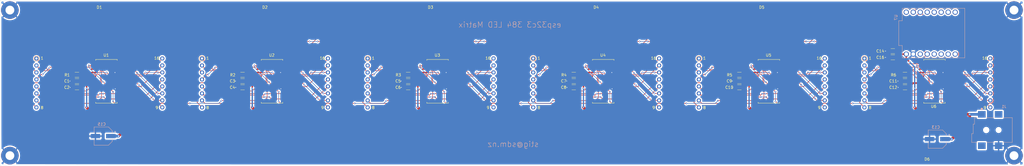
<source format=kicad_pcb>
(kicad_pcb (version 20240108) (generator "pcbnew") (generator_version "8.0")
  (layers (0 "F.Cu" signal) (31 "B.Cu" signal) (34 "B.Paste" user) (35 "F.Paste" user) (36 "B.SilkS" user "B.Silkscreen") (37 "F.SilkS" user "F.Silkscreen") (38 "B.Mask" user) (39 "F.Mask" user) (44 "Edge.Cuts" user))
  (net 0 "")
  (net 1 "GND")
  (net 2 "VCC")
  (net 3 "Net-(D1-C4)")
  (net 4 "Net-(D1-R2)")
  (net 5 "Net-(D1-C2)")
  (net 6 "Net-(D1-C1)")
  (net 7 "Net-(D1-C3)")
  (net 8 "Net-(D1-R7)")
  (net 9 "Net-(D1-R1)")
  (net 10 "Net-(D1-C6)")
  (net 11 "Net-(D1-C5)")
  (net 12 "Net-(D1-R8)")
  (net 13 "Net-(D1-R4)")
  (net 14 "Net-(D1-C7)")
  (net 15 "Net-(D1-R5)")
  (net 16 "Net-(D1-R6)")
  (net 17 "Net-(D1-R3)")
  (net 18 "Net-(D1-C8)")
  (net 19 "Net-(D2-C5)")
  (net 20 "Net-(D2-R1)")
  (net 21 "Net-(D2-C8)")
  (net 22 "Net-(D2-C1)")
  (net 23 "Net-(D2-R2)")
  (net 24 "Net-(D2-C6)")
  (net 25 "Net-(D2-C4)")
  (net 26 "Net-(D2-R4)")
  (net 27 "Net-(D2-C2)")
  (net 28 "Net-(D2-R3)")
  (net 29 "Net-(D2-C7)")
  (net 30 "Net-(D2-R6)")
  (net 31 "Net-(D2-R5)")
  (net 32 "Net-(D2-R8)")
  (net 33 "Net-(D2-C3)")
  (net 34 "Net-(D2-R7)")
  (net 35 "Net-(D3-R8)")
  (net 36 "Net-(D3-R3)")
  (net 37 "Net-(D3-R1)")
  (net 38 "Net-(D3-C7)")
  (net 39 "Net-(D3-R6)")
  (net 40 "Net-(D3-C5)")
  (net 41 "Net-(D3-C3)")
  (net 42 "Net-(D3-R4)")
  (net 43 "Net-(D3-C8)")
  (net 44 "Net-(D3-C2)")
  (net 45 "Net-(D3-C1)")
  (net 46 "Net-(D3-C4)")
  (net 47 "Net-(D3-R2)")
  (net 48 "Net-(D3-C6)")
  (net 49 "Net-(D3-R7)")
  (net 50 "Net-(D3-R5)")
  (net 51 "Net-(D4-C4)")
  (net 52 "Net-(D4-R3)")
  (net 53 "Net-(D4-R5)")
  (net 54 "Net-(D4-C2)")
  (net 55 "Net-(D4-R1)")
  (net 56 "Net-(D4-C8)")
  (net 57 "Net-(D4-C7)")
  (net 58 "Net-(D4-R6)")
  (net 59 "Net-(D4-R2)")
  (net 60 "Net-(D4-C1)")
  (net 61 "Net-(D4-R7)")
  (net 62 "Net-(D4-C3)")
  (net 63 "Net-(D4-C6)")
  (net 64 "Net-(D4-R8)")
  (net 65 "Net-(D4-R4)")
  (net 66 "Net-(D4-C5)")
  (net 67 "Net-(D5-C5)")
  (net 68 "Net-(D5-R4)")
  (net 69 "Net-(D5-R2)")
  (net 70 "Net-(D5-R7)")
  (net 71 "Net-(D5-C2)")
  (net 72 "Net-(D5-C3)")
  (net 73 "Net-(D5-R6)")
  (net 74 "Net-(D5-C1)")
  (net 75 "Net-(D5-C8)")
  (net 76 "Net-(D5-R1)")
  (net 77 "Net-(D5-C7)")
  (net 78 "Net-(D5-R5)")
  (net 79 "Net-(D5-C6)")
  (net 80 "Net-(D5-R8)")
  (net 81 "Net-(D5-R3)")
  (net 82 "Net-(D5-C4)")
  (net 83 "Net-(D6-C4)")
  (net 84 "Net-(D6-R1)")
  (net 85 "Net-(D6-C1)")
  (net 86 "Net-(D6-R8)")
  (net 87 "Net-(D6-C6)")
  (net 88 "Net-(D6-R3)")
  (net 89 "Net-(D6-C2)")
  (net 90 "Net-(D6-R6)")
  (net 91 "Net-(D6-R7)")
  (net 92 "Net-(D6-C5)")
  (net 93 "Net-(D6-R5)")
  (net 94 "Net-(D6-C7)")
  (net 95 "Net-(D6-C8)")
  (net 96 "Net-(D6-R4)")
  (net 97 "Net-(D6-C3)")
  (net 98 "Net-(D6-R2)")
  (net 99 "Net-(U1-ISET)")
  (net 100 "Net-(U2-ISET)")
  (net 101 "Net-(U3-ISET)")
  (net 102 "Net-(U4-ISET)")
  (net 103 "Net-(U5-ISET)")
  (net 104 "Net-(U6-ISET)")
  (net 105 "/matrix1/DIN")
  (net 106 "/matrix1/DOUT")
  (net 107 "CLK")
  (net 108 "LOAD")
  (net 109 "/matrix2/DIN")
  (net 110 "/matrix3/DIN")
  (net 111 "/matrix4/DIN")
  (net 112 "/matrix5/DIN")
  (net 113 "DIN")
  (footprint "ProjectLibrary:LED_8x8_5MM_60x60MM" (layer "F.Cu") (at 225.2 45.084)
    (property "Reference" "D4")
    (property "Value" "DISP_LED_MAT_8x8_COM_ANODE" (hide yes))
  )
  (footprint "ProjectLibrary:MAX7221CWG" (layer "F.Cu") (at 227.7863 44.485 180)
    (property "Reference" "U4")
    (property "Value" "MAX7221CWG+T")
  )
  (footprint "Capacitor_SMD:C_1206_3216Metric" (layer "F.Cu") (at 36.475 46.7 180)
    (property "Reference" "C2")
    (property "Value" "0.1uF")
  )
  (footprint "Capacitor_SMD:C_1206_3216Metric" (layer "F.Cu") (at 96.675 46.7 180)
    (property "Reference" "C4")
    (property "Value" "0.1uF")
  )
  (footprint "ProjectLibrary:LED_8x8_5MM_60x60MM" (layer "F.Cu") (at 104.8 45.084)
    (property "Reference" "D2")
    (property "Value" "DISP_LED_MAT_8x8_COM_ANODE")
  )
  (footprint "Capacitor_SMD:C_1206_3216Metric" (layer "F.Cu") (at 337.475 46.7 180)
    (property "Reference" "C12")
    (property "Value" "0.1uF")
  )
  (footprint "Resistor_SMD:R_1206_3216Metric" (layer "F.Cu") (at 217.0625 42.1 180)
    (property "Reference" "R4")
    (property "Value" "22k")
  )
  (footprint "Capacitor_SMD:C_1206_3216Metric" (layer "F.Cu") (at 36.475 44.4 180)
    (property "Reference" "C1")
    (property "Value" "10uF")
  )
  (footprint "Capacitor_SMD:C_1206_3216Metric" (layer "F.Cu") (at 277.275 46.7 180)
    (property "Reference" "C10")
    (property "Value" "0.1uF")
  )
  (footprint "Capacitor_SMD:C_1206_3216Metric" (layer "F.Cu") (at 333.05 35.8 180)
    (property "Reference" "C16")
    (property "Value" "10uF")
  )
  (footprint "Resistor_SMD:R_1206_3216Metric" (layer "F.Cu") (at 156.8625 42.1 180)
    (property "Reference" "R3")
    (property "Value" "22k")
  )
  (footprint "Capacitor_SMD:C_1206_3216Metric" (layer "F.Cu") (at 96.675 44.4 180)
    (property "Reference" "C3")
    (property "Value" "10uF")
  )
  (footprint "Resistor_SMD:R_1206_3216Metric" (layer "F.Cu") (at 96.6625 42.1 180)
    (property "Reference" "R2")
    (property "Value" "22k")
  )
  (footprint "ProjectLibrary:LED_8x8_5MM_60x60MM" (layer "F.Cu") (at 285.4 45.084)
    (property "Reference" "D5")
    (property "Value" "DISP_LED_MAT_8x8_COM_ANODE")
  )
  (footprint "MountingHole:MountingHole_3.2mm_M3_Pad_TopBottom" (layer "F.Cu") (at 12.1 71.5)
    (property "Reference" "J4" (hide yes))
    (property "Value" "Grounded Mounting Hole" (hide yes))
  )
  (footprint "ProjectLibrary:LED_8x8_5MM_60x60MM" (layer "F.Cu") (at 44.6 45.084)
    (property "Reference" "D1")
    (property "Value" "DISP_LED_MAT_8x8_COM_ANODE")
  )
  (footprint "Capacitor_SMD:C_1206_3216Metric" (layer "F.Cu") (at 333.05 33.5 180)
    (property "Reference" "C14")
    (property "Value" "0.1uF")
  )
  (footprint "Capacitor_SMD:C_1206_3216Metric" (layer "F.Cu") (at 156.875 44.4 180)
    (property "Reference" "C5")
    (property "Value" "10uF")
  )
  (footprint "ProjectLibrary:MAX7221CWG" (layer "F.Cu") (at 107.3863 44.485 180)
    (property "Reference" "U2")
    (property "Value" "MAX7221CWG+T")
  )
  (footprint "MountingHole:MountingHole_3.2mm_M3_Pad_TopBottom" (layer "F.Cu") (at 377.1 18.6)
    (property "Reference" "J3" (hide yes))
    (property "Value" "Grounded Mounting Hole" (hide yes))
  )
  (footprint "ProjectLibrary:MAX7221CWG" (layer "F.Cu") (at 167.5863 44.485 180)
    (property "Reference" "U3")
    (property "Value" "MAX7221CWG+T")
  )
  (footprint "Capacitor_SMD:C_1206_3216Metric" (layer "F.Cu") (at 277.275 44.4 180)
    (property "Reference" "C9")
    (property "Value" "10uF")
  )
  (footprint "MountingHole:MountingHole_3.2mm_M3_Pad_TopBottom" (layer "F.Cu") (at 12.1 18.6)
    (property "Reference" "J2" (hide yes))
    (property "Value" "Grounded Mounting Hole" (hide yes))
  )
  (footprint "Resistor_SMD:R_1206_3216Metric" (layer "F.Cu") (at 277.2625 42.1 180)
    (property "Reference" "R5")
    (property "Value" "22k")
  )
  (footprint "ProjectLibrary:MAX7221CWG" (layer "F.Cu") (at 287.9863 44.485 180)
    (property "Reference" "U5")
    (property "Value" "MAX7221CWG+T")
  )
  (footprint "Capacitor_SMD:C_1206_3216Metric" (layer "F.Cu") (at 217.075 46.7 180)
    (property "Reference" "C8")
    (property "Value" "0.1uF")
  )
  (footprint "ProjectLibrary:LED_8x8_5MM_60x60MM" (layer "F.Cu") (at 345.6 45.084)
    (property "Reference" "D6")
    (property "Value" "DISP_LED_MAT_8x8_COM_ANODE")
  )
  (footprint "Capacitor_SMD:C_1206_3216Metric" (layer "F.Cu") (at 156.875 46.7 180)
    (property "Reference" "C6")
    (property "Value" "0.1uF")
  )
  (footprint "Capacitor_SMD:C_1206_3216Metric" (layer "F.Cu") (at 217.075 44.4 180)
    (property "Reference" "C7")
    (property "Value" "10uF")
  )
  (footprint "Resistor_SMD:R_1206_3216Metric" (layer "F.Cu") (at 36.4625 42.1 180)
    (property "Reference" "R1")
    (property "Value" "22k")
  )
  (footprint "Resistor_SMD:R_1206_3216Metric" (layer "F.Cu") (at 337.4625 42.1 180)
    (property "Reference" "R6")
    (property "Value" "22k")
  )
  (footprint "Capacitor_SMD:C_1206_3216Metric" (layer "F.Cu") (at 337.475 44.4 180)
    (property "Reference" "C11")
    (property "Value" "10uF")
  )
  (footprint "ProjectLibrary:MAX7221CWG" (layer "F.Cu") (at 348.1863 44.485 180)
    (property "Reference" "U6")
    (property "Value" "MAX7221CWG+T")
  )
  (footprint "MountingHole:MountingHole_3.2mm_M3_Pad_TopBottom" (layer "F.Cu") (at 377.1 71.5)
    (property "Reference" "J5" (hide yes))
    (property "Value" "Grounded Mounting Hole" (hide yes))
  )
  (footprint "ProjectLibrary:MAX7221CWG" (layer "F.Cu") (at 47.1863 44.485 180)
    (property "Reference" "U1")
    (property "Value" "MAX7221CWG+T")
  )
  (footprint "ProjectLibrary:LED_8x8_5MM_60x60MM" (layer "F.Cu") (at 165 45.084)
    (property "Reference" "D3")
    (property "Value" "DISP_LED_MAT_8x8_COM_ANODE")
  )
  (footprint "ProjectLibrary:CUI_PJ-002BH-SMT-TR" (layer "B.Cu") (at 365.4 56.5 180)
    (property "Reference" "J1")
    (property "Value" "CUI_PJ-002BH-SMT-TR")
  )
  (footprint "ProjectLibrary:CAP_16SVPC100M" (layer "B.Cu") (at 46 64.4 180)
    (property "Reference" "C15")
    (property "Value" "100uF")
  )
  (footprint "ProjectLibrary:CAP_16SVPC100M" (layer "B.Cu") (at 349.2 65.5 180)
    (property "Reference" "C13")
    (property "Value" "100uF")
  )
  (footprint "ProjectLibrary:MODULE_ESP32-C3_SUPERMINI" (layer "B.Cu") (at 347.84 26.98 -90)
    (property "Reference" "U7")
    (property "Value" "ESP32-C3_SUPERMINI")
  )
  (gr_rect (start 8.525 15) (end 380.7 75.2) (stroke (width 0.05)) (fill none) (layer "Edge.Cuts"))
  (gr_text "esp32c3 384 LED Matrix" (at 212.6 25.1 -0) (layer "B.SilkS") (effects (font (size 2 2)) (justify left bottom mirror)))
  (gr_text "stig@sdm.nz" (at 204.4 68.5 -0) (layer "B.SilkS") (effects (font (size 2 2)) (justify left bottom mirror)))
  (segment (start 291.1 41.3) (end 291.09 41.31) (width 0.2) (layer "F.Cu") (net 1))
  (segment (start 112.0726 41.31) (end 110.51 41.31) (width 0.2) (layer "F.Cu") (net 1))
  (segment (start 50.31 41.31) (end 50.3 41.3) (width 0.2) (layer "F.Cu") (net 1))
  (segment (start 51.8726 41.31) (end 50.31 41.31) (width 0.2) (layer "F.Cu") (net 1))
  (segment (start 154.3 44.4) (end 155.4 44.4) (width 0.5) (layer "F.Cu") (net 1))
  (segment (start 230.9 41.3) (end 230.89 41.31) (width 0.2) (layer "F.Cu") (net 1))
  (segment (start 351.4 47.2) (end 351.86 47.66) (width 0.2) (layer "F.Cu") (net 1))
  (segment (start 291.2 47.2) (end 291.66 47.66) (width 0.2) (layer "F.Cu") (net 1))
  (segment (start 111.06 47.66) (end 112.0726 47.66) (width 0.2) (layer "F.Cu") (net 1))
  (segment (start 291.11 41.31) (end 291.1 41.3) (width 0.2) (layer "F.Cu") (net 1))
  (segment (start 230.91 41.31) (end 230.9 41.3) (width 0.2) (layer "F.Cu") (net 1))
  (segment (start 330.4 35.8) (end 331.575 35.8) (width 0.5) (layer "F.Cu") (net 1))
  (segment (start 274.8 46.7) (end 275.8 46.7) (width 0.5) (layer "F.Cu") (net 1))
  (segment (start 94.1 44.4) (end 95.2 44.4) (width 0.5) (layer "F.Cu") (net 1))
  (segment (start 231.46 47.66) (end 232.4726 47.66) (width 0.2) (layer "F.Cu") (net 1))
  (segment (start 171.26 47.66) (end 172.2726 47.66) (width 0.2) (layer "F.Cu") (net 1))
  (segment (start 330.4 33.5) (end 331.575 33.5) (width 0.5) (layer "F.Cu") (net 1))
  (segment (start 170.8 47.2) (end 171.26 47.66) (width 0.2) (layer "F.Cu") (net 1))
  (segment (start 154.4 46.7) (end 155.4 46.7) (width 0.5) (layer "F.Cu") (net 1))
  (segment (start 50.86 47.66) (end 51.8726 47.66) (width 0.2) (layer "F.Cu") (net 1))
  (segment (start 214.5 44.4) (end 215.6 44.4) (width 0.5) (layer "F.Cu") (net 1))
  (segment (start 170.7 41.3) (end 170.69 41.31) (width 0.2) (layer "F.Cu") (net 1))
  (segment (start 110.51 41.31) (end 110.5 41.3) (width 0.2) (layer "F.Cu") (net 1))
  (segment (start 292.6726 41.31) (end 291.11 41.31) (width 0.2) (layer "F.Cu") (net 1))
  (segment (start 110.5 41.3) (end 110.49 41.31) (width 0.2) (layer "F.Cu") (net 1))
  (segment (start 50.4 47.2) (end 50.86 47.66) (width 0.2) (layer "F.Cu") (net 1))
  (segment (start 351.86 47.66) (end 352.8726 47.66) (width 0.2) (layer "F.Cu") (net 1))
  (segment (start 274.7 44.4) (end 275.8 44.4) (width 0.5) (layer "F.Cu") (net 1))
  (segment (start 291.66 47.66) (end 292.6726 47.66) (width 0.2) (layer "F.Cu") (net 1))
  (segment (start 231 47.2) (end 231.46 47.66) (width 0.2) (layer "F.Cu") (net 1))
  (segment (start 94.2 46.7) (end 95.2 46.7) (width 0.5) (layer "F.Cu") (net 1))
  (segment (start 170.71 41.31) (end 170.7 41.3) (width 0.2) (layer "F.Cu") (net 1))
  (segment (start 50.3 41.3) (end 50.29 41.31) (width 0.2) (layer "F.Cu") (net 1))
  (segment (start 352.8726 41.31) (end 351.31 41.31) (width 0.2) (layer "F.Cu") (net 1))
  (segment (start 334.9 44.4) (end 336 44.4) (width 0.5) (layer "F.Cu") (net 1))
  (segment (start 351.31 41.31) (end 351.3 41.3) (width 0.2) (layer "F.Cu") (net 1))
  (segment (start 351.3 41.3) (end 351.29 41.31) (width 0.2) (layer "F.Cu") (net 1))
  (segment (start 34 46.7) (end 35 46.7) (width 0.5) (layer "F.Cu") (net 1))
  (segment (start 214.6 46.7) (end 215.6 46.7) (width 0.5) (layer "F.Cu") (net 1))
  (segment (start 335 46.7) (end 336 46.7) (width 0.5) (layer "F.Cu") (net 1))
  (segment (start 232.4726 41.31) (end 230.91 41.31) (width 0.2) (layer "F.Cu") (net 1))
  (segment (start 33.9 44.4) (end 35 44.4) (width 0.5) (layer "F.Cu") (net 1))
  (segment (start 110.6 47.2) (end 111.06 47.66) (width 0.2) (layer "F.Cu") (net 1))
  (segment (start 172.2726 41.31) (end 170.71 41.31) (width 0.2) (layer "F.Cu") (net 1))
  (via (at 34 46.7) (size 0.6) (drill 0.3) (layers "F.Cu" "B.Cu") (net 1))
  (via (at 274.7 44.4) (size 0.6) (drill 0.3) (layers "F.Cu" "B.Cu") (net 1))
  (via (at 214.6 46.7) (size 0.6) (drill 0.3) (layers "F.Cu" "B.Cu") (net 1))
  (via (at 170.7 41.3) (size 0.6) (drill 0.3) (layers "F.Cu" "B.Cu") (net 1))
  (via (at 334.9 44.4) (size 0.6) (drill 0.3) (layers "F.Cu" "B.Cu") (net 1))
  (via (at 33.9 44.4) (size 0.6) (drill 0.3) (layers "F.Cu" "B.Cu") (net 1))
  (via (at 351.3 41.3) (size 0.6) (drill 0.3) (layers "F.Cu" "B.Cu") (net 1))
  (via (at 110.5 41.3) (size 0.6) (drill 0.3) (layers "F.Cu" "B.Cu") (net 1))
  (via (at 351.4 47.2) (size 0.6) (drill 0.3) (layers "F.Cu" "B.Cu") (net 1))
  (via (at 291.1 41.3) (size 0.6) (drill 0.3) (layers "F.Cu" "B.Cu") (net 1))
  (via (at 154.4 46.7) (size 0.6) (drill 0.3) (layers "F.Cu" "B.Cu") (net 1))
  (via (at 170.8 47.2) (size 0.6) (drill 0.3) (layers "F.Cu" "B.Cu") (net 1))
  (via (at 335 46.7) (size 0.6) (drill 0.3) (layers "F.Cu" "B.Cu") (net 1))
  (via (at 291.2 47.2) (size 0.6) (drill 0.3) (layers "F.Cu" "B.Cu") (net 1))
  (via (at 110.6 47.2) (size 0.6) (drill 0.3) (layers "F.Cu" "B.Cu") (net 1))
  (via (at 330.4 33.5) (size 0.6) (drill 0.3) (layers "F.Cu" "B.Cu") (net 1))
  (via (at 330.4 35.8) (size 0.6) (drill 0.3) (layers "F.Cu" "B.Cu") (net 1))
  (via (at 94.1 44.4) (size 0.6) (drill 0.3) (layers "F.Cu" "B.Cu") (net 1))
  (via (at 154.3 44.4) (size 0.6) (drill 0.3) (layers "F.Cu" "B.Cu") (net 1))
  (via (at 50.3 41.3) (size 0.6) (drill 0.3) (layers "F.Cu" "B.Cu") (net 1))
  (via (at 230.9 41.3) (size 0.6) (drill 0.3) (layers "F.Cu" "B.Cu") (net 1))
  (via (at 50.4 47.2) (size 0.6) (drill 0.3) (layers "F.Cu" "B.Cu") (net 1))
  (via (at 274.8 46.7) (size 0.6) (drill 0.3) (layers "F.Cu" "B.Cu") (net 1))
  (via (at 231 47.2) (size 0.6) (drill 0.3) (layers "F.Cu" "B.Cu") (net 1))
  (via (at 214.5 44.4) (size 0.6) (drill 0.3) (layers "F.Cu" "B.Cu") (net 1))
  (via (at 94.2 46.7) (size 0.6) (drill 0.3) (layers "F.Cu" "B.Cu") (net 1))
  (segment (start 337.94 36.24) (end 337.94 35.8) (width 0.5) (layer "F.Cu") (net 2))
  (segment (start 38.67 45.12) (end 37.95 44.4) (width 0.5) (layer "F.Cu") (net 2))
  (segment (start 337.94 34.6) (end 335.725 34.6) (width 0.5) (layer "F.Cu") (net 2))
  (segment (start 217.9 44.4) (end 218.55 44.4) (width 0.2) (layer "F.Cu") (net 2))
  (segment (start 340.53 45.12) (end 338.95 46.7) (width 0.5) (layer "F.Cu") (net 2))
  (segment (start 335.625 34.6) (end 334.525 33.5) (width 0.5) (layer "F.Cu") (net 2))
  (segment (start 275.8 42.1) (end 278.1 44.4) (width 0.2) (layer "F.Cu") (net 2))
  (segment (start 98.87 45.12) (end 98.15 44.4) (width 0.5) (layer "F.Cu") (net 2))
  (segment (start 162.9 45.12) (end 160.47 45.12) (width 0.5) (layer "F.Cu") (net 2))
  (segment (start 40.07 45.12) (end 40 45.19) (width 0.5) (layer "F.Cu") (net 2))
  (segment (start 42.5 56.5) (end 40 54) (width 1) (layer "F.Cu") (net 2))
  (segment (start 336 42.1) (end 338.3 44.4) (width 0.2) (layer "F.Cu") (net 2))
  (segment (start 51.6 64.4) (end 59.5 56.5) (width 1) (layer "F.Cu") (net 2))
  (segment (start 157.7 44.4) (end 158.35 44.4) (width 0.2) (layer "F.Cu") (net 2))
  (segment (start 290.1 56.5) (end 104.3 56.5) (width 1) (layer "F.Cu") (net 2))
  (segment (start 95.2 42.1) (end 97.5 44.4) (width 0.2) (layer "F.Cu") (net 2))
  (segment (start 280.8 54) (end 283.3 56.5) (width 1) (layer "F.Cu") (net 2))
  (segment (start 361 59) (end 354.5 65.5) (width 1) (layer "F.Cu") (net 2))
  (segment (start 37.3 44.4) (end 37.95 44.4) (width 0.2) (layer "F.Cu") (net 2))
  (segment (start 341 45.19) (end 341 47) (width 0.5) (layer "F.Cu") (net 2))
  (segment (start 220.67 45.12) (end 220.6 45.19) (width 0.5) (layer "F.Cu") (net 2))
  (segment (start 97.5 44.4) (end 98.15 44.4) (width 0.2) (layer "F.Cu") (net 2))
  (segment (start 223.1 45.12) (end 220.13 45.12) (width 0.5) (layer "F.Cu") (net 2))
  (segment (start 343.5 45.12) (end 340.53 45.12) (width 0.5) (layer "F.Cu") (net 2))
  (segment (start 99.73 45.12) (end 98.87 45.12) (width 0.5) (layer "F.Cu") (net 2))
  (segment (start 220.6 54) (end 223.1 56.5) (width 1) (layer "F.Cu") (net 2))
  (segment (start 361 56.5) (end 361 59) (width 1) (layer "F.Cu") (net 2))
  (segment (start 162.9 45.12) (end 159.93 45.12) (width 0.5) (layer "F.Cu") (net 2))
  (segment (start 160.4 45.19) (end 160.4 47) (width 0.5) (layer "F.Cu") (net 2))
  (segment (start 339.67 45.12) (end 338.95 44.4) (width 0.5) (layer "F.Cu") (net 2))
  (segment (start 219.27 45.12) (end 218.55 44.4) (width 0.5) (layer "F.Cu") (net 2))
  (segment (start 59.5 56.5) (end 63.2 56.5) (width 1) (layer "F.Cu") (net 2))
  (segment (start 39.53 45.12) (end 38.67 45.12) (width 0.5) (layer "F.Cu") (net 2))
  (segment (start 223.1 45.12) (end 220.67 45.12) (width 0.5) (layer "F.Cu") (net 2))
  (segment (start 278.1 44.4) (end 278.75 44.4) (width 0.2) (layer "F.Cu") (net 2))
  (segment (start 283.3 45.12) (end 280.33 45.12) (width 0.5) (layer "F.Cu") (net 2))
  (segment (start 39.53 45.12) (end 37.95 46.7) (width 0.5) (layer "F.Cu") (net 2))
  (segment (start 220.13 45.12) (end 218.55 46.7) (width 0.5) (layer "F.Cu") (net 2))
  (segment (start 335.725 34.6) (end 334.525 35.8) (width 0.5) (layer "F.Cu") (net 2))
  (segment (start 341 54) (end 343.5 56.5) (width 1) (layer "F.Cu") (net 2))
  (segment (start 339.1 37.4) (end 338.2 36.5) (width 0.5) (layer "F.Cu") (net 2))
  (segment (start 338.2 36.5) (end 337.94 36.24) (width 0.5) (layer "F.Cu") (net 2))
  (segment (start 35 42.1) (end 37.3 44.4) (width 0.2) (layer "F.Cu") (net 2))
  (segment (start 338.3 44.4) (end 338.95 44.4) (width 0.2) (layer "F.Cu") (net 2))
  (segment (start 283.3 45.12) (end 280.87 45.12) (width 0.5) (layer "F.Cu") (net 2))
  (segment (start 343.5 45.12) (end 341.07 45.12) (width 0.5) (layer "F.Cu") (net 2))
  (segment (start 155.4 42.1) (end 157.7 44.4) (width 0.2) (layer "F.Cu") (net 2))
  (segment (start 100.2 54) (end 102.7 56.5) (width 1) (layer "F.Cu") (net 2))
  (segment (start 102.7 45.12) (end 100.27 45.12) (width 0.5) (layer "F.Cu") (net 2))
  (segment (start 280.33 45.12) (end 279.47 45.12) (width 0.5) (layer "F.Cu") (net 2))
  (segment (start 361 56.5) (end 348.1 56.5) (width 1) (layer "F.Cu") (net 2))
  (segment (start 100.2 45.19) (end 100.2 47) (width 0.5) (layer "F.Cu") (net 2))
  (segment (start 159.07 45.12) (end 158.35 44.4) (width 0.5) (layer "F.Cu") (net 2))
  (segment (start 280.8 45.19) (end 280.8 47) (width 0.5) (layer "F.Cu") (net 2))
  (segment (start 100.27 45.12) (end 100.2 45.19) (width 0.5) (layer "F.Cu") (net 2))
  (segment (start 280.33 45.12) (end 278.75 46.7) (width 0.5) (layer "F.Cu") (net 2))
  (segment (start 280.87 45.12) (end 280.8 45.19) (width 0.5) (layer "F.Cu") (net 2))
  (segment (start 220.6 45.19) (end 220.6 47) (width 0.5) (layer "F.Cu") (net 2))
  (segment (start 104.3 56.5) (end 63.2 56.5) (width 1) (layer "F.Cu") (net 2))
  (segment (start 340.53 45.12) (end 339.67 45.12) (width 0.5) (layer "F.Cu") (net 2))
  (segment (start 99.73 45.12) (end 98.15 46.7) (width 0.5) (layer "F.Cu") (net 2))
  (segment (start 215.6 42.1) (end 217.9 44.4) (width 0.2) (layer "F.Cu") (net 2))
  (segment (start 102.7 45.12) (end 99.73 45.12) (width 0.5) (layer "F.Cu") (net 2))
  (segment (start 337.94 35.8) (end 337.94 34.6) (width 0.5) (layer "F.Cu") (net 2))
  (segment (start 341.07 45.12) (end 341 45.19) (width 0.5) (layer "F.Cu") (net 2))
  (segment (start 48.5 56.5) (end 42.5 56.5) (width 1) (layer "F.Cu") (net 2))
  (segment (start 160.4 54) (end 162.9 56.5) (width 1) (layer "F.Cu") (net 2))
  (segment (start 160.47 45.12) (end 160.4 45.19) (width 0.5) (layer "F.Cu") (net 2))
  (segment (start 63.2 56.5) (end 48.5 56.5) (width 1) (layer "F.Cu") (net 2))
  (segment (start 220.13 45.12) (end 219.27 45.12) (width 0.5) (layer "F.Cu") (net 2))
  (segment (start 348.1 56.5) (end 290.1 56.5) (width 1) (layer "F.Cu") (net 2))
  (segment (start 42.5 45.12) (end 40.07 45.12) (width 0.5) (layer "F.Cu") (net 2))
  (segment (start 337.94 34.6) (end 335.625 34.6) (width 0.5) (layer "F.Cu") (net 2))
  (segment (start 159.93 45.12) (end 158.35 46.7) (width 0.5) (layer "F.Cu") (net 2))
  (segment (start 279.47 45.12) (end 278.75 44.4) (width 0.5) (layer "F.Cu") (net 2))
  (segment (start 159.93 45.12) (end 159.07 45.12) (width 0.5) (layer "F.Cu") (net 2))
  (segment (start 42.5 45.12) (end 39.53 45.12) (width 0.5) (layer "F.Cu") (net 2))
  (segment (start 40 45.19) (end 40 47) (width 0.5) (layer "F.Cu") (net 2))
  (via (at 100.2 54) (size 0.6) (drill 0.3) (layers "F.Cu" "B.Cu") (net 2))
  (via (at 280.8 54) (size 0.6) (drill 0.3) (layers "F.Cu" "B.Cu") (net 2))
  (via (at 361 56.5) (size 0.8) (drill 0.4) (layers "F.Cu" "B.Cu") (net 2))
  (via (at 354.5 65.5) (size 0.8) (drill 0.4) (layers "F.Cu" "B.Cu") (net 2))
  (via (at 160.4 54) (size 0.6) (drill 0.3) (layers "F.Cu" "B.Cu") (net 2))
  (via (at 220.6 47) (size 0.6) (drill 0.3) (layers "F.Cu" "B.Cu") (net 2))
  (via (at 341 54) (size 0.6) (drill 0.3) (layers "F.Cu" "B.Cu") (net 2))
  (via (at 339.1 37.4) (size 0.6) (drill 0.3) (layers "F.Cu" "B.Cu") (net 2))
  (via (at 160.4 47) (size 0.6) (drill 0.3) (layers "F.Cu" "B.Cu") (net 2))
  (via (at 40 47) (size 0.6) (drill 0.3) (layers "F.Cu" "B.Cu") (net 2))
  (via (at 280.8 47) (size 0.6) (drill 0.3) (layers "F.Cu" "B.Cu") (net 2))
  (via (at 51.6 64.4) (size 0.8) (drill 0.4) (layers "F.Cu" "B.Cu") (net 2))
  (via (at 40 54) (size 0.6) (drill 0.3) (layers "F.Cu" "B.Cu") (net 2))
  (via (at 220.6 54) (size 0.6) (drill 0.3) (layers "F.Cu" "B.Cu") (net 2))
  (via (at 100.2 47) (size 0.6) (drill 0.3) (layers "F.Cu" "B.Cu") (net 2))
  (via (at 341 47) (size 0.6) (drill 0.3) (layers "F.Cu" "B.Cu") (net 2))
  (segment (start 341 39.3) (end 339.1 37.4) (width 0.5) (layer "B.Cu") (net 2))
  (segment (start 361 56.5) (end 365.4 56.5) (width 1) (layer "B.Cu") (net 2))
  (segment (start 341 47) (end 341 39.3) (width 0.5) (layer "B.Cu") (net 2))
  (segment (start 220.6 47) (end 220.6 54) (width 0.5) (layer "B.Cu") (net 2))
  (segment (start 354.5 65.5) (end 352 65.5) (width 1) (layer "B.Cu") (net 2))
  (segment (start 341 47) (end 341 54) (width 0.5) (layer "B.Cu") (net 2))
  (segment (start 280.8 47) (end 280.8 54) (width 0.5) (layer "B.Cu") (net 2))
  (segment (start 40 47) (end 40 54) (width 0.5) (layer "B.Cu") (net 2))
  (segment (start 51.6 64.4) (end 48.8 64.4) (width 1) (layer "B.Cu") (net 2))
  (segment (start 100.2 47) (end 100.2 54) (width 0.5) (layer "B.Cu") (net 2))
  (segment (start 160.4 47) (end 160.4 54) (width 0.5) (layer "B.Cu") (net 2))
  (segment (start 58.8 45.7) (end 56.95 43.85) (width 0.2) (layer "F.Cu") (net 3))
  (segment (start 64.624 51.424) (end 64 50.8) (width 0.2) (layer "F.Cu") (net 3))
  (segment (start 56.95 43.85) (end 51.8726 43.85) (width 0.2) (layer "F.Cu") (net 3))
  (segment (start 58.9 45.7) (end 58.8 45.7) (width 0.2) (layer "F.Cu") (net 3))
  (segment (start 67.5 51.424) (end 64.624 51.424) (width 0.2) (layer "F.Cu") (net 3))
  (via (at 58.9 45.7) (size 0.6) (drill 0.3) (layers "F.Cu" "B.Cu") (net 3))
  (via (at 64 50.8) (size 0.6) (drill 0.3) (layers "F.Cu" "B.Cu") (net 3))
  (segment (start 64 50.8) (end 58.9 45.7) (width 0.2) (layer "B.Cu") (net 3))
  (segment (start 65.9 41.3) (end 65.864 41.264) (width 0.2) (layer "F.Cu") (net 4))
  (segment (start 44.79 41.31) (end 44.8 41.3) (width 0.2) (layer "F.Cu") (net 4))
  (segment (start 44.81 41.31) (end 44.99 41.31) (width 0.2) (layer "F.Cu") (net 4))
  (segment (start 61.4 41.3) (end 60.6867 42.0133) (width 0.2) (layer "F.Cu") (net 4))
  (segment (start 60.6867 42.0133) (end 48.0133 42.0133) (width 0.2) (layer "F.Cu") (net 4))
  (segment (start 44.8 41.3) (end 44.81 41.31) (width 0.2) (layer "F.Cu") (net 4))
  (segment (start 42.5 41.31) (end 44.79 41.31) (width 0.2) (layer "F.Cu") (net 4))
  (segment (start 48.0133 42.0133) (end 47.3 41.3) (width 0.2) (layer "F.Cu") (net 4))
  (segment (start 67.5 41.264) (end 65.936 41.264) (width 0.2) (layer "F.Cu") (net 4))
  (segment (start 65.936 41.264) (end 65.9 41.3) (width 0.2) (layer "F.Cu") (net 4))
  (segment (start 65.864 41.264) (end 65.764 41.264) (width 0.2) (layer "F.Cu") (net 4))
  (via (at 65.9 41.3) (size 0.6) (drill 0.3) (layers "F.Cu" "B.Cu") (net 4))
  (via (at 47.3 41.3) (size 0.6) (drill 0.3) (layers "F.Cu" "B.Cu") (net 4))
  (via (at 44.8 41.3) (size 0.6) (drill 0.3) (layers "F.Cu" "B.Cu") (net 4))
  (via (at 61.4 41.3) (size 0.6) (drill 0.3) (layers "F.Cu" "B.Cu") (net 4))
  (segment (start 44.8 41.3) (end 47.3 41.3) (width 0.2) (layer "B.Cu") (net 4))
  (segment (start 65.9 41.3) (end 61.4 41.3) (width 0.2) (layer "B.Cu") (net 4))
  (segment (start 21 34) (end 46.3787 34) (width 0.2) (layer "F.Cu") (net 5))
  (segment (start 20 39.534) (end 20 35) (width 0.2) (layer "F.Cu") (net 5))
  (segment (start 21.74 41.274) (end 20 39.534) (width 0.2) (layer "F.Cu") (net 5))
  (segment (start 46.3787 34) (end 51.1487 38.77) (width 0.2) (layer "F.Cu") (net 5))
  (segment (start 20 35) (end 21 34) (width 0.2) (layer "F.Cu") (net 5))
  (segment (start 51.1487 38.77) (end 51.8726 38.77) (width 0.2) (layer "F.Cu") (net 5))
  (segment (start 61.104 50.2) (end 67.5 43.804) (width 0.2) (layer "F.Cu") (net 6))
  (segment (start 51.8726 50.2) (end 61.104 50.2) (width 0.2) (layer "F.Cu") (net 6))
  (segment (start 44.3367 39.3367) (end 50.12 45.12) (width 0.2) (layer "F.Cu") (net 7))
  (segment (start 23.554 42) (end 21.74 43.814) (width 0.2) (layer "F.Cu") (net 7))
  (segment (start 26.5 39.5) (end 26.6633 39.3367) (width 0.2) (layer "F.Cu") (net 7))
  (segment (start 26.6633 39.3367) (end 44.3367 39.3367) (width 0.2) (layer "F.Cu") (net 7))
  (segment (start 50.12 45.12) (end 51.8726 45.12) (width 0.2) (layer "F.Cu") (net 7))
  (segment (start 24 42) (end 23.554 42) (width 0.2) (layer "F.Cu") (net 7))
  (via (at 26.5 39.5) (size 0.6) (drill 0.3) (layers "F.Cu" "B.Cu") (net 7))
  (via (at 24 42) (size 0.6) (drill 0.3) (layers "F.Cu" "B.Cu") (net 7))
  (segment (start 24 42) (end 26.5 39.5) (width 0.2) (layer "B.Cu") (net 7))
  (segment (start 42.5 42.58) (end 41.3094 42.58) (width 0.2) (layer "F.Cu") (net 8))
  (segment (start 41.3094 42.58) (end 39.3544 40.625) (width 0.2) (layer "F.Cu") (net 8))
  (segment (start 23.631 40.625) (end 21.74 38.734) (width 0.2) (layer "F.Cu") (net 8))
  (segment (start 39.3544 40.625) (end 23.631 40.625) (width 0.2) (layer "F.Cu") (net 8))
  (segment (start 67.5 53.964) (end 66.436 52.9) (width 0.2) (layer "F.Cu") (net 9))
  (segment (start 40.8333 38.77) (end 40.8 38.7367) (width 0.2) (layer "F.Cu") (net 9))
  (segment (start 66.436 52.9) (end 50.7 52.9) (width 0.2) (layer "F.Cu") (net 9))
  (segment (start 42.5 38.77) (end 40.8333 38.77) (width 0.2) (layer "F.Cu") (net 9))
  (segment (start 42.4667 38.7367) (end 42.5 38.77) (width 0.2) (layer "F.Cu") (net 9))
  (segment (start 49.6 48.3) (end 46.1 44.8) (width 0.2) (layer "F.Cu") (net 9))
  (segment (start 50.7 52.9) (end 49.6 51.8) (width 0.2) (layer "F.Cu") (net 9))
  (via (at 49.6 51.8) (size 0.6) (drill 0.3) (layers "F.Cu" "B.Cu") (net 9))
  (via (at 40.8 38.7367) (size 0.6) (drill 0.3) (layers "F.Cu" "B.Cu") (net 9))
  (via (at 46.1 44.8) (size 0.6) (drill 0.3) (layers "F.Cu" "B.Cu") (net 9))
  (via (at 49.6 48.3) (size 0.6) (drill 0.3) (layers "F.Cu" "B.Cu") (net 9))
  (segment (start 40.8 38.7367) (end 40.8 39.5) (width 0.2) (layer "B.Cu") (net 9))
  (segment (start 49.6 48.3) (end 49.6 48.1) (width 0.2) (layer "B.Cu") (net 9))
  (segment (start 49.6 51.8) (end 49.6 48.3) (width 0.2) (layer "B.Cu") (net 9))
  (segment (start 40.8 39.5) (end 46.1 44.8) (width 0.2) (layer "B.Cu") (net 9))
  (segment (start 56.94 40.04) (end 51.8726 40.04) (width 0.2) (layer "F.Cu") (net 10))
  (segment (start 65.8 48.9) (end 65.784 48.884) (width 0.2) (layer "F.Cu") (net 10))
  (segment (start 67.5 48.884) (end 65.816 48.884) (width 0.2) (layer "F.Cu") (net 10))
  (segment (start 58.3 41.4) (end 56.94 40.04) (width 0.2) (layer "F.Cu") (net 10))
  (segment (start 65.816 48.884) (end 65.8 48.9) (width 0.2) (layer "F.Cu") (net 10))
  (via (at 65.8 48.9) (size 0.6) (drill 0.3) (layers "F.Cu" "B.Cu") (net 10))
  (via (at 58.3 41.4) (size 0.6) (drill 0.3) (layers "F.Cu" "B.Cu") (net 10))
  (segment (start 65.8 48.9) (end 58.3 41.4) (width 0.2) (layer "B.Cu") (net 10))
  (segment (start 51.8726 48.93) (end 46.07 48.93) (width 0.2) (layer "F.Cu") (net 11))
  (segment (start 44.25 49.5) (end 44.75 49) (width 0.2) (layer "F.Cu") (net 11))
  (segment (start 22.346 49.5) (end 44.25 49.5) (width 0.2) (layer "F.Cu") (net 11))
  (segment (start 21.74 48.894) (end 22.346 49.5) (width 0.2) (layer "F.Cu") (net 11))
  (segment (start 46.07 48.93) (end 46 49) (width 0.2) (layer "F.Cu") (net 11))
  (via (at 46 49) (size 0.6) (drill 0.3) (layers "F.Cu" "B.Cu") (net 11))
  (via (at 44.75 49) (size 0.6) (drill 0.3) (layers "F.Cu" "B.Cu") (net 11))
  (segment (start 44.75 49) (end 46 49) (width 0.2) (layer "B.Cu") (net 11))
  (segment (start 42.5 48.93) (end 24.316 48.93) (width 0.2) (layer "F.Cu") (net 12))
  (segment (start 24.316 48.93) (end 21.74 46.354) (width 0.2) (layer "F.Cu") (net 12))
  (segment (start 44.2 50.2) (end 44.3 50.2) (width 0.2) (layer "F.Cu") (net 13))
  (segment (start 46.9033 50.9033) (end 46.2 50.2) (width 0.2) (layer "F.Cu") (net 13))
  (segment (start 67.5 46.344) (end 62.9407 50.9033) (width 0.2) (layer "F.Cu") (net 13))
  (segment (start 62.9407 50.9033) (end 46.9033 50.9033) (width 0.2) (layer "F.Cu") (net 13))
  (segment (start 44.2 50.2) (end 42.5 50.2) (width 0.2) (layer "F.Cu") (net 13))
  (via (at 44.2 50.2) (size 0.6) (drill 0.3) (layers "F.Cu" "B.Cu") (net 13))
  (via (at 46.2 50.2) (size 0.6) (drill 0.3) (layers "F.Cu" "B.Cu") (net 13))
  (segment (start 46.2 50.2) (end 44.2 50.2) (width 0.2) (layer "B.Cu") (net 13))
  (segment (start 51.8726 46.39) (end 59.834 46.39) (width 0.2) (layer "F.Cu") (net 14))
  (segment (start 59.834 46.39) (end 67.5 38.724) (width 0.2) (layer "F.Cu") (net 14))
  (segment (start 39.5577 40.225) (end 25.771 40.225) (width 0.2) (layer "F.Cu") (net 15))
  (segment (start 41.2854 41.9527) (end 39.5577 40.225) (width 0.2) (layer "F.Cu") (net 15))
  (segment (start 42.5 47.66) (end 43.2239 47.66) (width 0.2) (layer "F.Cu") (net 15))
  (segment (start 44.4527 41.9527) (end 41.2854 41.9527) (width 0.2) (layer "F.Cu") (net 15))
  (segment (start 43.2239 47.66) (end 45 45.8839) (width 0.2) (layer "F.Cu") (net 15))
  (segment (start 45 45.8839) (end 45 42.5) (width 0.2) (layer "F.Cu") (net 15))
  (segment (start 45 42.5) (end 44.4527 41.9527) (width 0.2) (layer "F.Cu") (net 15))
  (segment (start 25.771 40.225) (end 21.74 36.194) (width 0.2) (layer "F.Cu") (net 15))
  (segment (start 43.3273 52.5) (end 45.4 50.4273) (width 0.2) (layer "F.Cu") (net 16))
  (segment (start 22.806 52.5) (end 43.3273 52.5) (width 0.2) (layer "F.Cu") (net 16))
  (segment (start 21.74 51.434) (end 22.806 52.5) (width 0.2) (layer "F.Cu") (net 16))
  (segment (start 42.5 40.04) (end 43.105685 40.04) (width 0.2) (layer "F.Cu") (net 16))
  (segment (start 45.4 50.4273) (end 45.4 41) (width 0.2) (layer "F.Cu") (net 16))
  (segment (start 44.44 40.04) (end 42.5 40.04) (width 0.2) (layer "F.Cu") (net 16))
  (segment (start 45.4 41) (end 44.44 40.04) (width 0.2) (layer "F.Cu") (net 16))
  (segment (start 21 45) (end 22.708 45) (width 0.2) (layer "F.Cu") (net 17))
  (segment (start 25.708 48) (end 40 48) (width 0.2) (layer "F.Cu") (net 17))
  (segment (start 22.708 45) (end 25.708 48) (width 0.2) (layer "F.Cu") (net 17))
  (segment (start 41.61 46.39) (end 42.5 46.39) (width 0.2) (layer "F.Cu") (net 17))
  (segment (start 20 46) (end 21 45) (width 0.2) (layer "F.Cu") (net 17))
  (segment (start 21.74 53.974) (end 20 52.234) (width 0.2) (layer "F.Cu") (net 17))
  (segment (start 40 48) (end 41.61 46.39) (width 0.2) (layer "F.Cu") (net 17))
  (segment (start 20 52.234) (end 20 46) (width 0.2) (layer "F.Cu") (net 17))
  (segment (start 67.5 36.184) (end 61.104 42.58) (width 0.2) (layer "F.Cu") (net 18))
  (segment (start 61.104 42.58) (end 51.8726 42.58) (width 0.2) (layer "F.Cu") (net 18))
  (segment (start 104.45 49.5) (end 104.95 49) (width 0.2) (layer "F.Cu") (net 19))
  (segment (start 106.27 48.93) (end 106.2 49) (width 0.2) (layer "F.Cu") (net 19))
  (segment (start 82.546 49.5) (end 104.45 49.5) (width 0.2) (layer "F.Cu") (net 19))
  (segment (start 81.94 48.894) (end 82.546 49.5) (width 0.2) (layer "F.Cu") (net 19))
  (segment (start 112.0726 48.93) (end 106.27 48.93) (width 0.2) (layer "F.Cu") (net 19))
  (via (at 104.95 49) (size 0.6) (drill 0.3) (layers "F.Cu" "B.Cu") (net 19))
  (via (at 106.2 49) (size 0.6) (drill 0.3) (layers "F.Cu" "B.Cu") (net 19))
  (segment (start 104.95 49) (end 106.2 49) (width 0.2) (layer "B.Cu") (net 19))
  (segment (start 101.0333 38.77) (end 101 38.7367) (width 0.2) (layer "F.Cu") (net 20))
  (segment (start 110.9 52.9) (end 109.8 51.8) (width 0.2) (layer "F.Cu") (net 20))
  (segment (start 127.7 53.964) (end 126.636 52.9) (width 0.2) (layer "F.Cu") (net 20))
  (segment (start 126.636 52.9) (end 110.9 52.9) (width 0.2) (layer "F.Cu") (net 20))
  (segment (start 102.6667 38.7367) (end 102.7 38.77) (width 0.2) (layer "F.Cu") (net 20))
  (segment (start 109.8 48.3) (end 106.3 44.8) (width 0.2) (layer "F.Cu") (net 20))
  (segment (start 102.7 38.77) (end 101.0333 38.77) (width 0.2) (layer "F.Cu") (net 20))
  (via (at 106.3 44.8) (size 0.6) (drill 0.3) (layers "F.Cu" "B.Cu") (net 20))
  (via (at 101 38.7367) (size 0.6) (drill 0.3) (layers "F.Cu" "B.Cu") (net 20))
  (via (at 109.8 51.8) (size 0.6) (drill 0.3) (layers "F.Cu" "B.Cu") (net 20))
  (via (at 109.8 48.3) (size 0.6) (drill 0.3) (layers "F.Cu" "B.Cu") (net 20))
  (segment (start 109.8 51.8) (end 109.8 48.3) (width 0.2) (layer "B.Cu") (net 20))
  (segment (start 101 39.5) (end 106.3 44.8) (width 0.2) (layer "B.Cu") (net 20))
  (segment (start 101 38.7367) (end 101 39.5) (width 0.2) (layer "B.Cu") (net 20))
  (segment (start 109.8 48.3) (end 109.8 48.1) (width 0.2) (layer "B.Cu") (net 20))
  (segment (start 127.7 36.184) (end 121.304 42.58) (width 0.2) (layer "F.Cu") (net 21))
  (segment (start 121.304 42.58) (end 112.0726 42.58) (width 0.2) (layer "F.Cu") (net 21))
  (segment (start 121.304 50.2) (end 127.7 43.804) (width 0.2) (layer "F.Cu") (net 22))
  (segment (start 112.0726 50.2) (end 121.304 50.2) (width 0.2) (layer "F.Cu") (net 22))
  (segment (start 108.2133 42.0133) (end 107.5 41.3) (width 0.2) (layer "F.Cu") (net 23))
  (segment (start 121.6 41.3) (end 120.8867 42.0133) (width 0.2) (layer "F.Cu") (net 23))
  (segment (start 126.136 41.264) (end 126.1 41.3) (width 0.2) (layer "F.Cu") (net 23))
  (segment (start 102.7 41.31) (end 104.99 41.31) (width 0.2) (layer "F.Cu") (net 23))
  (segment (start 126.1 41.3) (end 126.064 41.264) (width 0.2) (layer "F.Cu") (net 23))
  (segment (start 126.064 41.264) (end 125.964 41.264) (width 0.2) (layer "F.Cu") (net 23))
  (segment (start 120.8867 42.0133) (end 108.2133 42.0133) (width 0.2) (layer "F.Cu") (net 23))
  (segment (start 105.01 41.31) (end 105.19 41.31) (width 0.2) (layer "F.Cu") (net 23))
  (segment (start 105 41.3) (end 105.01 41.31) (width 0.2) (layer "F.Cu") (net 23))
  (segment (start 104.99 41.31) (end 105 41.3) (width 0.2) (layer "F.Cu") (net 23))
  (segment (start 127.7 41.264) (end 126.136 41.264) (width 0.2) (layer "F.Cu") (net 23))
  (via (at 126.1 41.3) (size 0.6) (drill 0.3) (layers "F.Cu" "B.Cu") (net 23))
  (via (at 105 41.3) (size 0.6) (drill 0.3) (layers "F.Cu" "B.Cu") (net 23))
  (via (at 107.5 41.3) (size 0.6) (drill 0.3) (layers "F.Cu" "B.Cu") (net 23))
  (via (at 121.6 41.3) (size 0.6) (drill 0.3) (layers "F.Cu" "B.Cu") (net 23))
  (segment (start 105 41.3) (end 107.5 41.3) (width 0.2) (layer "B.Cu") (net 23))
  (segment (start 126.1 41.3) (end 121.6 41.3) (width 0.2) (layer "B.Cu") (net 23))
  (segment (start 117.14 40.04) (end 112.0726 40.04) (width 0.2) (layer "F.Cu") (net 24))
  (segment (start 126 48.9) (end 125.984 48.884) (width 0.2) (layer "F.Cu") (net 24))
  (segment (start 118.5 41.4) (end 117.14 40.04) (width 0.2) (layer "F.Cu") (net 24))
  (segment (start 126.016 48.884) (end 126 48.9) (width 0.2) (layer "F.Cu") (net 24))
  (segment (start 127.7 48.884) (end 126.016 48.884) (width 0.2) (layer "F.Cu") (net 24))
  (via (at 118.5 41.4) (size 0.6) (drill 0.3) (layers "F.Cu" "B.Cu") (net 24))
  (via (at 126 48.9) (size 0.6) (drill 0.3) (layers "F.Cu" "B.Cu") (net 24))
  (segment (start 126 48.9) (end 118.5 41.4) (width 0.2) (layer "B.Cu") (net 24))
  (segment (start 124.824 51.424) (end 124.2 50.8) (width 0.2) (layer "F.Cu") (net 25))
  (segment (start 117.15 43.85) (end 112.0726 43.85) (width 0.2) (layer "F.Cu") (net 25))
  (segment (start 119.1 45.7) (end 119 45.7) (width 0.2) (layer "F.Cu") (net 25))
  (segment (start 119 45.7) (end 117.15 43.85) (width 0.2) (layer "F.Cu") (net 25))
  (segment (start 127.7 51.424) (end 124.824 51.424) (width 0.2) (layer "F.Cu") (net 25))
  (via (at 119.1 45.7) (size 0.6) (drill 0.3) (layers "F.Cu" "B.Cu") (net 25))
  (via (at 124.2 50.8) (size 0.6) (drill 0.3) (layers "F.Cu" "B.Cu") (net 25))
  (segment (start 124.2 50.8) (end 119.1 45.7) (width 0.2) (layer "B.Cu") (net 25))
  (segment (start 104.4 50.2) (end 104.5 50.2) (width 0.2) (layer "F.Cu") (net 26))
  (segment (start 107.1033 50.9033) (end 106.4 50.2) (width 0.2) (layer "F.Cu") (net 26))
  (segment (start 104.4 50.2) (end 102.7 50.2) (width 0.2) (layer "F.Cu") (net 26))
  (segment (start 123.1407 50.9033) (end 107.1033 50.9033) (width 0.2) (layer "F.Cu") (net 26))
  (segment (start 127.7 46.344) (end 123.1407 50.9033) (width 0.2) (layer "F.Cu") (net 26))
  (via (at 104.4 50.2) (size 0.6) (drill 0.3) (layers "F.Cu" "B.Cu") (net 26))
  (via (at 106.4 50.2) (size 0.6) (drill 0.3) (layers "F.Cu" "B.Cu") (net 26))
  (segment (start 106.4 50.2) (end 104.4 50.2) (width 0.2) (layer "B.Cu") (net 26))
  (segment (start 81.94 41.274) (end 80.2 39.534) (width 0.2) (layer "F.Cu") (net 27))
  (segment (start 80.2 39.534) (end 80.2 35) (width 0.2) (layer "F.Cu") (net 27))
  (segment (start 106.5787 34) (end 111.3487 38.77) (width 0.2) (layer "F.Cu") (net 27))
  (segment (start 80.2 35) (end 81.2 34) (width 0.2) (layer "F.Cu") (net 27))
  (segment (start 81.2 34) (end 106.5787 34) (width 0.2) (layer "F.Cu") (net 27))
  (segment (start 111.3487 38.77) (end 112.0726 38.77) (width 0.2) (layer "F.Cu") (net 27))
  (segment (start 80.2 46) (end 81.2 45) (width 0.2) (layer "F.Cu") (net 28))
  (segment (start 85.908 48) (end 100.2 48) (width 0.2) (layer "F.Cu") (net 28))
  (segment (start 80.2 52.234) (end 80.2 46) (width 0.2) (layer "F.Cu") (net 28))
  (segment (start 82.908 45) (end 85.908 48) (width 0.2) (layer "F.Cu") (net 28))
  (segment (start 81.2 45) (end 82.908 45) (width 0.2) (layer "F.Cu") (net 28))
  (segment (start 101.81 46.39) (end 102.7 46.39) (width 0.2) (layer "F.Cu") (net 28))
  (segment (start 100.2 48) (end 101.81 46.39) (width 0.2) (layer "F.Cu") (net 28))
  (segment (start 81.94 53.974) (end 80.2 52.234) (width 0.2) (layer "F.Cu") (net 28))
  (segment (start 120.034 46.39) (end 127.7 38.724) (width 0.2) (layer "F.Cu") (net 29))
  (segment (start 112.0726 46.39) (end 120.034 46.39) (width 0.2) (layer "F.Cu") (net 29))
  (segment (start 83.006 52.5) (end 103.5273 52.5) (width 0.2) (layer "F.Cu") (net 30))
  (segment (start 104.64 40.04) (end 102.7 40.04) (width 0.2) (layer "F.Cu") (net 30))
  (segment (start 105.6 50.4273) (end 105.6 41) (width 0.2) (layer "F.Cu") (net 30))
  (segment (start 81.94 51.434) (end 83.006 52.5) (width 0.2) (layer "F.Cu") (net 30))
  (segment (start 105.6 41) (end 104.64 40.04) (width 0.2) (layer "F.Cu") (net 30))
  (segment (start 103.5273 52.5) (end 105.6 50.4273) (width 0.2) (layer "F.Cu") (net 30))
  (segment (start 102.7 40.04) (end 103.305685 40.04) (width 0.2) (layer "F.Cu") (net 30))
  (segment (start 105.2 42.5) (end 104.6527 41.9527) (width 0.2) (layer "F.Cu") (net 31))
  (segment (start 85.971 40.225) (end 81.94 36.194) (width 0.2) (layer "F.Cu") (net 31))
  (segment (start 102.7 47.66) (end 103.4239 47.66) (width 0.2) (layer "F.Cu") (net 31))
  (segment (start 103.4239 47.66) (end 105.2 45.8839) (width 0.2) (layer "F.Cu") (net 31))
  (segment (start 99.7577 40.225) (end 85.971 40.225) (width 0.2) (layer "F.Cu") (net 31))
  (segment (start 101.4854 41.9527) (end 99.7577 40.225) (width 0.2) (layer "F.Cu") (net 31))
  (segment (start 104.6527 41.9527) (end 101.4854 41.9527) (width 0.2) (layer "F.Cu") (net 31))
  (segment (start 105.2 45.8839) (end 105.2 42.5) (width 0.2) (layer "F.Cu") (net 31))
  (segment (start 102.7 48.93) (end 84.516 48.93) (width 0.2) (layer "F.Cu") (net 32))
  (segment (start 84.516 48.93) (end 81.94 46.354) (width 0.2) (layer "F.Cu") (net 32))
  (segment (start 83.754 42) (end 81.94 43.814) (width 0.2) (layer "F.Cu") (net 33))
  (segment (start 84.2 42) (end 83.754 42) (width 0.2) (layer "F.Cu") (net 33))
  (segment (start 110.32 45.12) (end 112.0726 45.12) (width 0.2) (layer "F.Cu") (net 33))
  (segment (start 86.8633 39.3367) (end 104.5367 39.3367) (width 0.2) (layer "F.Cu") (net 33))
  (segment (start 104.5367 39.3367) (end 110.32 45.12) (width 0.2) (layer "F.Cu") (net 33))
  (segment (start 86.7 39.5) (end 86.8633 39.3367) (width 0.2) (layer "F.Cu") (net 33))
  (via (at 84.2 42) (size 0.6) (drill 0.3) (layers "F.Cu" "B.Cu") (net 33))
  (via (at 86.7 39.5) (size 0.6) (drill 0.3) (layers "F.Cu" "B.Cu") (net 33))
  (segment (start 84.2 42) (end 86.7 39.5) (width 0.2) (layer "B.Cu") (net 33))
  (segment (start 102.7 42.58) (end 101.5094 42.58) (width 0.2) (layer "F.Cu") (net 34))
  (segment (start 83.831 40.625) (end 81.94 38.734) (width 0.2) (layer "F.Cu") (net 34))
  (segment (start 99.5544 40.625) (end 83.831 40.625) (width 0.2) (layer "F.Cu") (net 34))
  (segment (start 101.5094 42.58) (end 99.5544 40.625) (width 0.2) (layer "F.Cu") (net 34))
  (segment (start 162.9 48.93) (end 144.716 48.93) (width 0.2) (layer "F.Cu") (net 35))
  (segment (start 144.716 48.93) (end 142.14 46.354) (width 0.2) (layer "F.Cu") (net 35))
  (segment (start 143.108 45) (end 146.108 48) (width 0.2) (layer "F.Cu") (net 36))
  (segment (start 160.4 48) (end 162.01 46.39) (width 0.2) (layer "F.Cu") (net 36))
  (segment (start 140.4 46) (end 141.4 45) (width 0.2) (layer "F.Cu") (net 36))
  (segment (start 142.14 53.974) (end 140.4 52.234) (width 0.2) (layer "F.Cu") (net 36))
  (segment (start 141.4 45) (end 143.108 45) (width 0.2) (layer "F.Cu") (net 36))
  (segment (start 140.4 52.234) (end 140.4 46) (width 0.2) (layer "F.Cu") (net 36))
  (segment (start 162.01 46.39) (end 162.9 46.39) (width 0.2) (layer "F.Cu") (net 36))
  (segment (start 146.108 48) (end 160.4 48) (width 0.2) (layer "F.Cu") (net 36))
  (segment (start 162.9 38.77) (end 161.2333 38.77) (width 0.2) (layer "F.Cu") (net 37))
  (segment (start 171.1 52.9) (end 170 51.8) (width 0.2) (layer "F.Cu") (net 37))
  (segment (start 161.2333 38.77) (end 161.2 38.7367) (width 0.2) (layer "F.Cu") (net 37))
  (segment (start 162.8667 38.7367) (end 162.9 38.77) (width 0.2) (layer "F.Cu") (net 37))
  (segment (start 170 48.3) (end 166.5 44.8) (width 0.2) (layer "F.Cu") (net 37))
  (segment (start 186.836 52.9) (end 171.1 52.9) (width 0.2) (layer "F.Cu") (net 37))
  (segment (start 187.9 53.964) (end 186.836 52.9) (width 0.2) (layer "F.Cu") (net 37))
  (via (at 161.2 38.7367) (size 0.6) (drill 0.3) (layers "F.Cu" "B.Cu") (net 37))
  (via (at 170 48.3) (size 0.6) (drill 0.3) (layers "F.Cu" "B.Cu") (net 37))
  (via (at 170 51.8) (size 0.6) (drill 0.3) (layers "F.Cu" "B.Cu") (net 37))
  (via (at 166.5 44.8) (size 0.6) (drill 0.3) (layers "F.Cu" "B.Cu") (net 37))
  (segment (start 161.2 38.7367) (end 161.2 39.5) (width 0.2) (layer "B.Cu") (net 37))
  (segment (start 170 48.3) (end 170 48.1) (width 0.2) (layer "B.Cu") (net 37))
  (segment (start 161.2 39.5) (end 166.5 44.8) (width 0.2) (layer "B.Cu") (net 37))
  (segment (start 170 51.8) (end 170 48.3) (width 0.2) (layer "B.Cu") (net 37))
  (segment (start 180.234 46.39) (end 187.9 38.724) (width 0.2) (layer "F.Cu") (net 38))
  (segment (start 172.2726 46.39) (end 180.234 46.39) (width 0.2) (layer "F.Cu") (net 38))
  (segment (start 163.7273 52.5) (end 165.8 50.4273) (width 0.2) (layer "F.Cu") (net 39))
  (segment (start 162.9 40.04) (end 163.505685 40.04) (width 0.2) (layer "F.Cu") (net 39))
  (segment (start 165.8 41) (end 164.84 40.04) (width 0.2) (layer "F.Cu") (net 39))
  (segment (start 143.206 52.5) (end 163.7273 52.5) (width 0.2) (layer "F.Cu") (net 39))
  (segment (start 165.8 50.4273) (end 165.8 41) (width 0.2) (layer "F.Cu") (net 39))
  (segment (start 164.84 40.04) (end 162.9 40.04) (width 0.2) (layer "F.Cu") (net 39))
  (segment (start 142.14 51.434) (end 143.206 52.5) (width 0.2) (layer "F.Cu") (net 39))
  (segment (start 142.746 49.5) (end 164.65 49.5) (width 0.2) (layer "F.Cu") (net 40))
  (segment (start 172.2726 48.93) (end 166.47 48.93) (width 0.2) (layer "F.Cu") (net 40))
  (segment (start 164.65 49.5) (end 165.15 49) (width 0.2) (layer "F.Cu") (net 40))
  (segment (start 166.47 48.93) (end 166.4 49) (width 0.2) (layer "F.Cu") (net 40))
  (segment (start 142.14 48.894) (end 142.746 49.5) (width 0.2) (layer "F.Cu") (net 40))
  (via (at 166.4 49) (size 0.6) (drill 0.3) (layers "F.Cu" "B.Cu") (net 40))
  (via (at 165.15 49) (size 0.6) (drill 0.3) (layers "F.Cu" "B.Cu") (net 40))
  (segment (start 165.15 49) (end 166.4 49) (width 0.2) (layer "B.Cu") (net 40))
  (segment (start 164.7367 39.3367) (end 170.52 45.12) (width 0.2) (layer "F.Cu") (net 41))
  (segment (start 146.9 39.5) (end 147.0633 39.3367) (width 0.2) (layer "F.Cu") (net 41))
  (segment (start 147.0633 39.3367) (end 164.7367 39.3367) (width 0.2) (layer "F.Cu") (net 41))
  (segment (start 170.52 45.12) (end 172.2726 45.12) (width 0.2) (layer "F.Cu") (net 41))
  (segment (start 143.954 42) (end 142.14 43.814) (width 0.2) (layer "F.Cu") (net 41))
  (segment (start 144.4 42) (end 143.954 42) (width 0.2) (layer "F.Cu") (net 41))
  (via (at 146.9 39.5) (size 0.6) (drill 0.3) (layers "F.Cu" "B.Cu") (net 41))
  (via (at 144.4 42) (size 0.6) (drill 0.3) (layers "F.Cu" "B.Cu") (net 41))
  (segment (start 144.4 42) (end 146.9 39.5) (width 0.2) (layer "B.Cu") (net 41))
  (segment (start 167.3033 50.9033) (end 166.6 50.2) (width 0.2) (layer "F.Cu") (net 42))
  (segment (start 187.9 46.344) (end 183.3407 50.9033) (width 0.2) (layer "F.Cu") (net 42))
  (segment (start 164.6 50.2) (end 162.9 50.2) (width 0.2) (layer "F.Cu") (net 42))
  (segment (start 183.3407 50.9033) (end 167.3033 50.9033) (width 0.2) (layer "F.Cu") (net 42))
  (segment (start 164.6 50.2) (end 164.7 50.2) (width 0.2) (layer "F.Cu") (net 42))
  (via (at 166.6 50.2) (size 0.6) (drill 0.3) (layers "F.Cu" "B.Cu") (net 42))
  (via (at 164.6 50.2) (size 0.6) (drill 0.3) (layers "F.Cu" "B.Cu") (net 42))
  (segment (start 166.6 50.2) (end 164.6 50.2) (width 0.2) (layer "B.Cu") (net 42))
  (segment (start 187.9 36.184) (end 181.504 42.58) (width 0.2) (layer "F.Cu") (net 43))
  (segment (start 181.504 42.58) (end 172.2726 42.58) (width 0.2) (layer "F.Cu") (net 43))
  (segment (start 142.14 41.274) (end 140.4 39.534) (width 0.2) (layer "F.Cu") (net 44))
  (segment (start 141.4 34) (end 166.7787 34) (width 0.2) (layer "F.Cu") (net 44))
  (segment (start 140.4 39.534) (end 140.4 35) (width 0.2) (layer "F.Cu") (net 44))
  (segment (start 171.5487 38.77) (end 172.2726 38.77) (width 0.2) (layer "F.Cu") (net 44))
  (segment (start 140.4 35) (end 141.4 34) (width 0.2) (layer "F.Cu") (net 44))
  (segment (start 166.7787 34) (end 171.5487 38.77) (width 0.2) (layer "F.Cu") (net 44))
  (segment (start 181.504 50.2) (end 187.9 43.804) (width 0.2) (layer "F.Cu") (net 45))
  (segment (start 172.2726 50.2) (end 181.504 50.2) (width 0.2) (layer "F.Cu") (net 45))
  (segment (start 179.2 45.7) (end 177.35 43.85) (width 0.2) (layer "F.Cu") (net 46))
  (segment (start 179.3 45.7) (end 179.2 45.7) (width 0.2) (layer "F.Cu") (net 46))
  (segment (start 177.35 43.85) (end 172.2726 43.85) (width 0.2) (layer "F.Cu") (net 46))
  (segment (start 187.9 51.424) (end 185.024 51.424) (width 0.2) (layer "F.Cu") (net 46))
  (segment (start 185.024 51.424) (end 184.4 50.8) (width 0.2) (layer "F.Cu") (net 46))
  (via (at 184.4 50.8) (size 0.6) (drill 0.3) (layers "F.Cu" "B.Cu") (net 46))
  (via (at 179.3 45.7) (size 0.6) (drill 0.3) (layers "F.Cu" "B.Cu") (net 46))
  (segment (start 184.4 50.8) (end 179.3 45.7) (width 0.2) (layer "B.Cu") (net 46))
  (segment (start 181.0867 42.0133) (end 168.4133 42.0133) (width 0.2) (layer "F.Cu") (net 47))
  (segment (start 165.21 41.31) (end 165.39 41.31) (width 0.2) (layer "F.Cu") (net 47))
  (segment (start 186.336 41.264) (end 186.3 41.3) (width 0.2) (layer "F.Cu") (net 47))
  (segment (start 162.9 41.31) (end 165.19 41.31) (width 0.2) (layer "F.Cu") (net 47))
  (segment (start 165.2 41.3) (end 165.21 41.31) (width 0.2) (layer "F.Cu") (net 47))
  (segment (start 186.264 41.264) (end 186.164 41.264) (width 0.2) (layer "F.Cu") (net 47))
  (segment (start 165.19 41.31) (end 165.2 41.3) (width 0.2) (layer "F.Cu") (net 47))
  (segment (start 186.3 41.3) (end 186.264 41.264) (width 0.2) (layer "F.Cu") (net 47))
  (segment (start 187.9 41.264) (end 186.336 41.264) (width 0.2) (layer "F.Cu") (net 47))
  (segment (start 181.8 41.3) (end 181.0867 42.0133) (width 0.2) (layer "F.Cu") (net 47))
  (segment (start 168.4133 42.0133) (end 167.7 41.3) (width 0.2) (layer "F.Cu") (net 47))
  (via (at 186.3 41.3) (size 0.6) (drill 0.3) (layers "F.Cu" "B.Cu") (net 47))
  (via (at 167.7 41.3) (size 0.6) (drill 0.3) (layers "F.Cu" "B.Cu") (net 47))
  (via (at 181.8 41.3) (size 0.6) (drill 0.3) (layers "F.Cu" "B.Cu") (net 47))
  (via (at 165.2 41.3) (size 0.6) (drill 0.3) (layers "F.Cu" "B.Cu") (net 47))
  (segment (start 165.2 41.3) (end 167.7 41.3) (width 0.2) (layer "B.Cu") (net 47))
  (segment (start 186.3 41.3) (end 181.8 41.3) (width 0.2) (layer "B.Cu") (net 47))
  (segment (start 186.2 48.9) (end 186.184 48.884) (width 0.2) (layer "F.Cu") (net 48))
  (segment (start 178.7 41.4) (end 177.34 40.04) (width 0.2) (layer "F.Cu") (net 48))
  (segment (start 187.9 48.884) (end 186.216 48.884) (width 0.2) (layer "F.Cu") (net 48))
  (segment (start 186.216 48.884) (end 186.2 48.9) (width 0.2) (layer "F.Cu") (net 48))
  (segment (start 177.34 40.04) (end 172.2726 40.04) (width 0.2) (layer "F.Cu") (net 48))
  (via (at 178.7 41.4) (size 0.6) (drill 0.3) (layers "F.Cu" "B.Cu") (net 48))
  (via (at 186.2 48.9) (size 0.6) (drill 0.3) (layers "F.Cu" "B.Cu") (net 48))
  (segment (start 186.2 48.9) (end 178.7 41.4) (width 0.2) (layer "B.Cu") (net 48))
  (segment (start 162.9 42.58) (end 161.7094 42.58) (width 0.2) (layer "F.Cu") (net 49))
  (segment (start 144.031 40.625) (end 142.14 38.734) (width 0.2) (layer "F.Cu") (net 49))
  (segment (start 159.7544 40.625) (end 144.031 40.625) (width 0.2) (layer "F.Cu") (net 49))
  (segment (start 161.7094 42.58) (end 159.7544 40.625) (width 0.2) (layer "F.Cu") (net 49))
  (segment (start 161.6854 41.9527) (end 159.9577 40.225) (width 0.2) (layer "F.Cu") (net 50))
  (segment (start 162.9 47.66) (end 163.6239 47.66) (width 0.2) (layer "F.Cu") (net 50))
  (segment (start 159.9577 40.225) (end 146.171 40.225) (width 0.2) (layer "F.Cu") (net 50))
  (segment (start 163.6239 47.66) (end 165.4 45.8839) (width 0.2) (layer "F.Cu") (net 50))
  (segment (start 165.4 45.8839) (end 165.4 42.5) (width 0.2) (layer "F.Cu") (net 50))
  (segment (start 146.171 40.225) (end 142.14 36.194) (width 0.2) (layer "F.Cu") (net 50))
  (segment (start 164.8527 41.9527) (end 161.6854 41.9527) (width 0.2) (layer "F.Cu") (net 50))
  (segment (start 165.4 42.5) (end 164.8527 41.9527) (width 0.2) (layer "F.Cu") (net 50))
  (segment (start 239.5 45.7) (end 239.4 45.7) (width 0.2) (layer "F.Cu") (net 51))
  (segment (start 248.1 51.424) (end 245.224 51.424) (width 0.2) (layer "F.Cu") (net 51))
  (segment (start 239.4 45.7) (end 237.55 43.85) (width 0.2) (layer "F.Cu") (net 51))
  (segment (start 245.224 51.424) (end 244.6 50.8) (width 0.2) (layer "F.Cu") (net 51))
  (segment (start 237.55 43.85) (end 232.4726 43.85) (width 0.2) (layer "F.Cu") (net 51))
  (via (at 239.5 45.7) (size 0.6) (drill 0.3) (layers "F.Cu" "B.Cu") (net 51))
  (via (at 244.6 50.8) (size 0.6) (drill 0.3) (layers "F.Cu" "B.Cu") (net 51))
  (segment (start 244.6 50.8) (end 239.5 45.7) (width 0.2) (layer "B.Cu") (net 51))
  (segment (start 222.21 46.39) (end 223.1 46.39) (width 0.2) (layer "F.Cu") (net 52))
  (segment (start 203.308 45) (end 206.308 48) (width 0.2) (layer "F.Cu") (net 52))
  (segment (start 200.6 52.234) (end 200.6 46) (width 0.2) (layer "F.Cu") (net 52))
  (segment (start 206.308 48) (end 220.6 48) (width 0.2) (layer "F.Cu") (net 52))
  (segment (start 200.6 46) (end 201.6 45) (width 0.2) (layer "F.Cu") (net 52))
  (segment (start 202.34 53.974) (end 200.6 52.234) (width 0.2) (layer "F.Cu") (net 52))
  (segment (start 201.6 45) (end 203.308 45) (width 0.2) (layer "F.Cu") (net 52))
  (segment (start 220.6 48) (end 222.21 46.39) (width 0.2) (layer "F.Cu") (net 52))
  (segment (start 223.1 47.66) (end 223.8239 47.66) (width 0.2) (layer "F.Cu") (net 53))
  (segment (start 206.371 40.225) (end 202.34 36.194) (width 0.2) (layer "F.Cu") (net 53))
  (segment (start 225.0527 41.9527) (end 221.8854 41.9527) (width 0.2) (layer "F.Cu") (net 53))
  (segment (start 221.8854 41.9527) (end 220.1577 40.225) (width 0.2) (layer "F.Cu") (net 53))
  (segment (start 223.8239 47.66) (end 225.6 45.8839) (width 0.2) (layer "F.Cu") (net 53))
  (segment (start 225.6 42.5) (end 225.0527 41.9527) (width 0.2) (layer "F.Cu") (net 53))
  (segment (start 220.1577 40.225) (end 206.371 40.225) (width 0.2) (layer "F.Cu") (net 53))
  (segment (start 225.6 45.8839) (end 225.6 42.5) (width 0.2) (layer "F.Cu") (net 53))
  (segment (start 200.6 35) (end 201.6 34) (width 0.2) (layer "F.Cu") (net 54))
  (segment (start 200.6 39.534) (end 200.6 35) (width 0.2) (layer "F.Cu") (net 54))
  (segment (start 226.9787 34) (end 231.7487 38.77) (width 0.2) (layer "F.Cu") (net 54))
  (segment (start 231.7487 38.77) (end 232.4726 38.77) (width 0.2) (layer "F.Cu") (net 54))
  (segment (start 202.34 41.274) (end 200.6 39.534) (width 0.2) (layer "F.Cu") (net 54))
  (segment (start 201.6 34) (end 226.9787 34) (width 0.2) (layer "F.Cu") (net 54))
  (segment (start 223.1 38.77) (end 221.4333 38.77) (width 0.2) (layer "F.Cu") (net 55))
  (segment (start 230.2 48.3) (end 226.7 44.8) (width 0.2) (layer "F.Cu") (net 55))
  (segment (start 247.036 52.9) (end 231.3 52.9) (width 0.2) (layer "F.Cu") (net 55))
  (segment (start 231.3 52.9) (end 230.2 51.8) (width 0.2) (layer "F.Cu") (net 55))
  (segment (start 221.4333 38.77) (end 221.4 38.7367) (width 0.2) (layer "F.Cu") (net 55))
  (segment (start 248.1 53.964) (end 247.036 52.9) (width 0.2) (layer "F.Cu") (net 55))
  (segment (start 223.0667 38.7367) (end 223.1 38.77) (width 0.2) (layer "F.Cu") (net 55))
  (via (at 230.2 51.8) (size 0.6) (drill 0.3) (layers "F.Cu" "B.Cu") (net 55))
  (via (at 221.4 38.7367) (size 0.6) (drill 0.3) (layers "F.Cu" "B.Cu") (net 55))
  (via (at 226.7 44.8) (size 0.6) (drill 0.3) (layers "F.Cu" "B.Cu") (net 55))
  (via (at 230.2 48.3) (size 0.6) (drill 0.3) (layers "F.Cu" "B.Cu") (net 55))
  (segment (start 230.2 48.3) (end 230.2 48.1) (width 0.2) (layer "B.Cu") (net 55))
  (segment (start 230.2 51.8) (end 230.2 48.3) (width 0.2) (layer "B.Cu") (net 55))
  (segment (start 221.4 39.5) (end 226.7 44.8) (width 0.2) (layer "B.Cu") (net 55))
  (segment (start 221.4 38.7367) (end 221.4 39.5) (width 0.2) (layer "B.Cu") (net 55))
  (segment (start 248.1 36.184) (end 241.704 42.58) (width 0.2) (layer "F.Cu") (net 56))
  (segment (start 241.704 42.58) (end 232.4726 42.58) (width 0.2) (layer "F.Cu") (net 56))
  (segment (start 232.4726 46.39) (end 240.434 46.39) (width 0.2) (layer "F.Cu") (net 57))
  (segment (start 240.434 46.39) (end 248.1 38.724) (width 0.2) (layer "F.Cu") (net 57))
  (segment (start 223.1 40.04) (end 223.705685 40.04) (width 0.2) (layer "F.Cu") (net 58))
  (segment (start 223.9273 52.5) (end 226 50.4273) (width 0.2) (layer "F.Cu") (net 58))
  (segment (start 226 41) (end 225.04 40.04) (width 0.2) (layer "F.Cu") (net 58))
  (segment (start 203.406 52.5) (end 223.9273 52.5) (width 0.2) (layer "F.Cu") (net 58))
  (segment (start 225.04 40.04) (end 223.1 40.04) (width 0.2) (layer "F.Cu") (net 58))
  (segment (start 226 50.4273) (end 226 41) (width 0.2) (layer "F.Cu") (net 58))
  (segment (start 202.34 51.434) (end 203.406 52.5) (width 0.2) (layer "F.Cu") (net 58))
  (segment (start 246.536 41.264) (end 246.5 41.3) (width 0.2) (layer "F.Cu") (net 59))
  (segment (start 248.1 41.264) (end 246.536 41.264) (width 0.2) (layer "F.Cu") (net 59))
  (segment (start 241.2867 42.0133) (end 228.6133 42.0133) (width 0.2) (layer "F.Cu") (net 59))
  (segment (start 225.39 41.31) (end 225.4 41.3) (width 0.2) (layer "F.Cu") (net 59))
  (segment (start 246.464 41.264) (end 246.364 41.264) (width 0.2) (layer "F.Cu") (net 59))
  (segment (start 223.1 41.31) (end 225.39 41.31) (width 0.2) (layer "F.Cu") (net 59))
  (segment (start 225.41 41.31) (end 225.59 41.31) (width 0.2) (layer "F.Cu") (net 59))
  (segment (start 242 41.3) (end 241.2867 42.0133) (width 0.2) (layer "F.Cu") (net 59))
  (segment (start 225.4 41.3) (end 225.41 41.31) (width 0.2) (layer "F.Cu") (net 59))
  (segment (start 246.5 41.3) (end 246.464 41.264) (width 0.2) (layer "F.Cu") (net 59))
  (segment (start 228.6133 42.0133) (end 227.9 41.3) (width 0.2) (layer "F.Cu") (net 59))
  (via (at 246.5 41.3) (size 0.6) (drill 0.3) (layers "F.Cu" "B.Cu") (net 59))
  (via (at 242 41.3) (size 0.6) (drill 0.3) (layers "F.Cu" "B.Cu") (net 59))
  (via (at 227.9 41.3) (size 0.6) (drill 0.3) (layers "F.Cu" "B.Cu") (net 59))
  (via (at 225.4 41.3) (size 0.6) (drill 0.3) (layers "F.Cu" "B.Cu") (net 59))
  (segment (start 225.4 41.3) (end 227.9 41.3) (width 0.2) (layer "B.Cu") (net 59))
  (segment (start 246.5 41.3) (end 242 41.3) (width 0.2) (layer "B.Cu") (net 59))
  (segment (start 241.704 50.2) (end 248.1 43.804) (width 0.2) (layer "F.Cu") (net 60))
  (segment (start 232.4726 50.2) (end 241.704 50.2) (width 0.2) (layer "F.Cu") (net 60))
  (segment (start 219.9544 40.625) (end 204.231 40.625) (width 0.2) (layer "F.Cu") (net 61))
  (segment (start 221.9094 42.58) (end 219.9544 40.625) (width 0.2) (layer "F.Cu") (net 61))
  (segment (start 223.1 42.58) (end 221.9094 42.58) (width 0.2) (layer "F.Cu") (net 61))
  (segment (start 204.231 40.625) (end 202.34 38.734) (width 0.2) (layer "F.Cu") (net 61))
  (segment (start 207.2633 39.3367) (end 224.9367 39.3367) (width 0.2) (layer "F.Cu") (net 62))
  (segment (start 204.6 42) (end 204.154 42) (width 0.2) (layer "F.Cu") (net 62))
  (segment (start 224.9367 39.3367) (end 230.72 45.12) (width 0.2) (layer "F.Cu") (net 62))
  (segment (start 207.1 39.5) (end 207.2633 39.3367) (width 0.2) (layer "F.Cu") (net 62))
  (segment (start 204.154 42) (end 202.34 43.814) (width 0.2) (layer "F.Cu") (net 62))
  (segment (start 230.72 45.12) (end 232.4726 45.12) (width 0.2) (layer "F.Cu") (net 62))
  (via (at 204.6 42) (size 0.6) (drill 0.3) (layers "F.Cu" "B.Cu") (net 62))
  (via (at 207.1 39.5) (size 0.6) (drill 0.3) (layers "F.Cu" "B.Cu") (net 62))
  (segment (start 204.6 42) (end 207.1 39.5) (width 0.2) (layer "B.Cu") (net 62))
  (segment (start 238.9 41.4) (end 237.54 40.04) (width 0.2) (layer "F.Cu") (net 63))
  (segment (start 246.4 48.9) (end 246.384 48.884) (width 0.2) (layer "F.Cu") (net 63))
  (segment (start 248.1 48.884) (end 246.416 48.884) (width 0.2) (layer "F.Cu") (net 63))
  (segment (start 237.54 40.04) (end 232.4726 40.04) (width 0.2) (layer "F.Cu") (net 63))
  (segment (start 246.416 48.884) (end 246.4 48.9) (width 0.2) (layer "F.Cu") (net 63))
  (via (at 246.4 48.9) (size 0.6) (drill 0.3) (layers "F.Cu" "B.Cu") (net 63))
  (via (at 238.9 41.4) (size 0.6) (drill 0.3) (layers "F.Cu" "B.Cu") (net 63))
  (segment (start 246.4 48.9) (end 238.9 41.4) (width 0.2) (layer "B.Cu") (net 63))
  (segment (start 223.1 48.93) (end 204.916 48.93) (width 0.2) (layer "F.Cu") (net 64))
  (segment (start 204.916 48.93) (end 202.34 46.354) (width 0.2) (layer "F.Cu") (net 64))
  (segment (start 224.8 50.2) (end 224.9 50.2) (width 0.2) (layer "F.Cu") (net 65))
  (segment (start 243.5407 50.9033) (end 227.5033 50.9033) (width 0.2) (layer "F.Cu") (net 65))
  (segment (start 224.8 50.2) (end 223.1 50.2) (width 0.2) (layer "F.Cu") (net 65))
  (segment (start 248.1 46.344) (end 243.5407 50.9033) (width 0.2) (layer "F.Cu") (net 65))
  (segment (start 227.5033 50.9033) (end 226.8 50.2) (width 0.2) (layer "F.Cu") (net 65))
  (via (at 224.8 50.2) (size 0.6) (drill 0.3) (layers "F.Cu" "B.Cu") (net 65))
  (via (at 226.8 50.2) (size 0.6) (drill 0.3) (layers "F.Cu" "B.Cu") (net 65))
  (segment (start 226.8 50.2) (end 224.8 50.2) (width 0.2) (layer "B.Cu") (net 65))
  (segment (start 202.34 48.894) (end 202.946 49.5) (width 0.2) (layer "F.Cu") (net 66))
  (segment (start 232.4726 48.93) (end 226.67 48.93) (width 0.2) (layer "F.Cu") (net 66))
  (segment (start 224.85 49.5) (end 225.35 49) (width 0.2) (layer "F.Cu") (net 66))
  (segment (start 202.946 49.5) (end 224.85 49.5) (width 0.2) (layer "F.Cu") (net 66))
  (segment (start 226.67 48.93) (end 226.6 49) (width 0.2) (layer "F.Cu") (net 66))
  (via (at 226.6 49) (size 0.6) (drill 0.3) (layers "F.Cu" "B.Cu") (net 66))
  (via (at 225.35 49) (size 0.6) (drill 0.3) (layers "F.Cu" "B.Cu") (net 66))
  (segment (start 225.35 49) (end 226.6 49) (width 0.2) (layer "B.Cu") (net 66))
  (segment (start 262.54 48.894) (end 263.146 49.5) (width 0.2) (layer "F.Cu") (net 67))
  (segment (start 292.6726 48.93) (end 286.87 48.93) (width 0.2) (layer "F.Cu") (net 67))
  (segment (start 286.87 48.93) (end 286.8 49) (width 0.2) (layer "F.Cu") (net 67))
  (segment (start 263.146 49.5) (end 285.05 49.5) (width 0.2) (layer "F.Cu") (net 67))
  (segment (start 285.05 49.5) (end 285.55 49) (width 0.2) (layer "F.Cu") (net 67))
  (via (at 285.55 49) (size 0.6) (drill 0.3) (layers "F.Cu" "B.Cu") (net 67))
  (via (at 286.8 49) (size 0.6) (drill 0.3) (layers "F.Cu" "B.Cu") (net 67))
  (segment (start 285.55 49) (end 286.8 49) (width 0.2) (layer "B.Cu") (net 67))
  (segment (start 285 50.2) (end 283.3 50.2) (width 0.2) (layer "F.Cu") (net 68))
  (segment (start 287.7033 50.9033) (end 287 50.2) (width 0.2) (layer "F.Cu") (net 68))
  (segment (start 308.3 46.344) (end 303.7407 50.9033) (width 0.2) (layer "F.Cu") (net 68))
  (segment (start 285 50.2) (end 285.1 50.2) (width 0.2) (layer "F.Cu") (net 68))
  (segment (start 303.7407 50.9033) (end 287.7033 50.9033) (width 0.2) (layer "F.Cu") (net 68))
  (via (at 287 50.2) (size 0.6) (drill 0.3) (layers "F.Cu" "B.Cu") (net 68))
  (via (at 285 50.2) (size 0.6) (drill 0.3) (layers "F.Cu" "B.Cu") (net 68))
  (segment (start 287 50.2) (end 285 50.2) (width 0.2) (layer "B.Cu") (net 68))
  (segment (start 308.3 41.264) (end 306.736 41.264) (width 0.2) (layer "F.Cu") (net 69))
  (segment (start 285.61 41.31) (end 285.79 41.31) (width 0.2) (layer "F.Cu") (net 69))
  (segment (start 301.4867 42.0133) (end 288.8133 42.0133) (width 0.2) (layer "F.Cu") (net 69))
  (segment (start 306.7 41.3) (end 306.664 41.264) (width 0.2) (layer "F.Cu") (net 69))
  (segment (start 283.3 41.31) (end 285.59 41.31) (width 0.2) (layer "F.Cu") (net 69))
  (segment (start 302.2 41.3) (end 301.4867 42.0133) (width 0.2) (layer "F.Cu") (net 69))
  (segment (start 285.6 41.3) (end 285.61 41.31) (width 0.2) (layer "F.Cu") (net 69))
  (segment (start 306.664 41.264) (end 306.564 41.264) (width 0.2) (layer "F.Cu") (net 69))
  (segment (start 285.59 41.31) (end 285.6 41.3) (width 0.2) (layer "F.Cu") (net 69))
  (segment (start 288.8133 42.0133) (end 288.1 41.3) (width 0.2) (layer "F.Cu") (net 69))
  (segment (start 306.736 41.264) (end 306.7 41.3) (width 0.2) (layer "F.Cu") (net 69))
  (via (at 288.1 41.3) (size 0.6) (drill 0.3) (layers "F.Cu" "B.Cu") (net 69))
  (via (at 306.7 41.3) (size 0.6) (drill 0.3) (layers "F.Cu" "B.Cu") (net 69))
  (via (at 302.2 41.3) (size 0.6) (drill 0.3) (layers "F.Cu" "B.Cu") (net 69))
  (via (at 285.6 41.3) (size 0.6) (drill 0.3) (layers "F.Cu" "B.Cu") (net 69))
  (segment (start 306.7 41.3) (end 302.2 41.3) (width 0.2) (layer "B.Cu") (net 69))
  (segment (start 285.6 41.3) (end 288.1 41.3) (width 0.2) (layer "B.Cu") (net 69))
  (segment (start 283.3 42.58) (end 282.1094 42.58) (width 0.2) (layer "F.Cu") (net 70))
  (segment (start 282.1094 42.58) (end 280.1544 40.625) (width 0.2) (layer "F.Cu") (net 70))
  (segment (start 264.431 40.625) (end 262.54 38.734) (width 0.2) (layer "F.Cu") (net 70))
  (segment (start 280.1544 40.625) (end 264.431 40.625) (width 0.2) (layer "F.Cu") (net 70))
  (segment (start 262.54 41.274) (end 260.8 39.534) (width 0.2) (layer "F.Cu") (net 71))
  (segment (start 287.1787 34) (end 291.9487 38.77) (width 0.2) (layer "F.Cu") (net 71))
  (segment (start 260.8 35) (end 261.8 34) (width 0.2) (layer "F.Cu") (net 71))
  (segment (start 260.8 39.534) (end 260.8 35) (width 0.2) (layer "F.Cu") (net 71))
  (segment (start 291.9487 38.77) (end 292.6726 38.77) (width 0.2) (layer "F.Cu") (net 71))
  (segment (start 261.8 34) (end 287.1787 34) (width 0.2) (layer "F.Cu") (net 71))
  (segment (start 267.4633 39.3367) (end 285.1367 39.3367) (width 0.2) (layer "F.Cu") (net 72))
  (segment (start 285.1367 39.3367) (end 290.92 45.12) (width 0.2) (layer "F.Cu") (net 72))
  (segment (start 267.3 39.5) (end 267.4633 39.3367) (width 0.2) (layer "F.Cu") (net 72))
  (segment (start 264.8 42) (end 264.354 42) (width 0.2) (layer "F.Cu") (net 72))
  (segment (start 290.92 45.12) (end 292.6726 45.12) (width 0.2) (layer "F.Cu") (net 72))
  (segment (start 264.354 42) (end 262.54 43.814) (width 0.2) (layer "F.Cu") (net 72))
  (via (at 267.3 39.5) (size 0.6) (drill 0.3) (layers "F.Cu" "B.Cu") (net 72))
  (via (at 264.8 42) (size 0.6) (drill 0.3) (layers "F.Cu" "B.Cu") (net 72))
  (segment (start 264.8 42) (end 267.3 39.5) (width 0.2) (layer "B.Cu") (net 72))
  (segment (start 286.2 41) (end 285.24 40.04) (width 0.2) (layer "F.Cu") (net 73))
  (segment (start 285.24 40.04) (end 283.3 40.04) (width 0.2) (layer "F.Cu") (net 73))
  (segment (start 263.606 52.5) (end 284.1273 52.5) (width 0.2) (layer "F.Cu") (net 73))
  (segment (start 284.1273 52.5) (end 286.2 50.4273) (width 0.2) (layer "F.Cu") (net 73))
  (segment (start 283.3 40.04) (end 283.905685 40.04) (width 0.2) (layer "F.Cu") (net 73))
  (segment (start 286.2 50.4273) (end 286.2 41) (width 0.2) (layer "F.Cu") (net 73))
  (segment (start 262.54 51.434) (end 263.606 52.5) (width 0.2) (layer "F.Cu") (net 73))
  (segment (start 301.904 50.2) (end 308.3 43.804) (width 0.2) (layer "F.Cu") (net 74))
  (segment (start 292.6726 50.2) (end 301.904 50.2) (width 0.2) (layer "F.Cu") (net 74))
  (segment (start 301.904 42.58) (end 292.6726 42.58) (width 0.2) (layer "F.Cu") (net 75))
  (segment (start 308.3 36.184) (end 301.904 42.58) (width 0.2) (layer "F.Cu") (net 75))
  (segment (start 281.6333 38.77) (end 281.6 38.7367) (width 0.2) (layer "F.Cu") (net 76))
  (segment (start 283.2667 38.7367) (end 283.3 38.77) (width 0.2) (layer "F.Cu") (net 76))
  (segment (start 307.236 52.9) (end 291.5 52.9) (width 0.2) (layer "F.Cu") (net 76))
  (segment (start 290.4 48.3) (end 286.9 44.8) (width 0.2) (layer "F.Cu") (net 76))
  (segment (start 283.3 38.77) (end 281.6333 38.77) (width 0.2) (layer "F.Cu") (net 76))
  (segment (start 308.3 53.964) (end 307.236 52.9) (width 0.2) (layer "F.Cu") (net 76))
  (segment (start 291.5 52.9) (end 290.4 51.8) (width 0.2) (layer "F.Cu") (net 76))
  (via (at 281.6 38.7367) (size 0.6) (drill 0.3) (layers "F.Cu" "B.Cu") (net 76))
  (via (at 290.4 51.8) (size 0.6) (drill 0.3) (layers "F.Cu" "B.Cu") (net 76))
  (via (at 290.4 48.3) (size 0.6) (drill 0.3) (layers "F.Cu" "B.Cu") (net 76))
  (via (at 286.9 44.8) (size 0.6) (drill 0.3) (layers "F.Cu" "B.Cu") (net 76))
  (segment (start 281.6 38.7367) (end 281.6 39.5) (width 0.2) (layer "B.Cu") (net 76))
  (segment (start 290.4 51.8) (end 290.4 48.3) (width 0.2) (layer "B.Cu") (net 76))
  (segment (start 290.4 48.3) (end 290.4 48.1) (width 0.2) (layer "B.Cu") (net 76))
  (segment (start 281.6 39.5) (end 286.9 44.8) (width 0.2) (layer "B.Cu") (net 76))
  (segment (start 292.6726 46.39) (end 300.634 46.39) (width 0.2) (layer "F.Cu") (net 77))
  (segment (start 300.634 46.39) (end 308.3 38.724) (width 0.2) (layer "F.Cu") (net 77))
  (segment (start 285.8 45.8839) (end 285.8 42.5) (width 0.2) (layer "F.Cu") (net 78))
  (segment (start 282.0854 41.9527) (end 280.3577 40.225) (width 0.2) (layer "F.Cu") (net 78))
  (segment (start 284.0239 47.66) (end 285.8 45.8839) (width 0.2) (layer "F.Cu") (net 78))
  (segment (start 283.3 47.66) (end 284.0239 47.66) (width 0.2) (layer "F.Cu") (net 78))
  (segment (start 266.571 40.225) (end 262.54 36.194) (width 0.2) (layer "F.Cu") (net 78))
  (segment (start 285.2527 41.9527) (end 282.0854 41.9527) (width 0.2) (layer "F.Cu") (net 78))
  (segment (start 285.8 42.5) (end 285.2527 41.9527) (width 0.2) (layer "F.Cu") (net 78))
  (segment (start 280.3577 40.225) (end 266.571 40.225) (width 0.2) (layer "F.Cu") (net 78))
  (segment (start 297.74 40.04) (end 292.6726 40.04) (width 0.2) (layer "F.Cu") (net 79))
  (segment (start 306.6 48.9) (end 306.584 48.884) (width 0.2) (layer "F.Cu") (net 79))
  (segment (start 299.1 41.4) (end 297.74 40.04) (width 0.2) (layer "F.Cu") (net 79))
  (segment (start 306.616 48.884) (end 306.6 48.9) (width 0.2) (layer "F.Cu") (net 79))
  (segment (start 308.3 48.884) (end 306.616 48.884) (width 0.2) (layer "F.Cu") (net 79))
  (via (at 299.1 41.4) (size 0.6) (drill 0.3) (layers "F.Cu" "B.Cu") (net 79))
  (via (at 306.6 48.9) (size 0.6) (drill 0.3) (layers "F.Cu" "B.Cu") (net 79))
  (segment (start 306.6 48.9) (end 299.1 41.4) (width 0.2) (layer "B.Cu") (net 79))
  (segment (start 265.116 48.93) (end 262.54 46.354) (width 0.2) (layer "F.Cu") (net 80))
  (segment (start 283.3 48.93) (end 265.116 48.93) (width 0.2) (layer "F.Cu") (net 80))
  (segment (start 263.508 45) (end 266.508 48) (width 0.2) (layer "F.Cu") (net 81))
  (segment (start 261.8 45) (end 263.508 45) (width 0.2) (layer "F.Cu") (net 81))
  (segment (start 282.41 46.39) (end 283.3 46.39) (width 0.2) (layer "F.Cu") (net 81))
  (segment (start 266.508 48) (end 280.8 48) (width 0.2) (layer "F.Cu") (net 81))
  (segment (start 260.8 52.234) (end 260.8 46) (width 0.2) (layer "F.Cu") (net 81))
  (segment (start 262.54 53.974) (end 260.8 52.234) (width 0.2) (layer "F.Cu") (net 81))
  (segment (start 260.8 46) (end 261.8 45) (width 0.2) (layer "F.Cu") (net 81))
  (segment (start 280.8 48) (end 282.41 46.39) (width 0.2) (layer "F.Cu") (net 81))
  (segment (start 297.75 43.85) (end 292.6726 43.85) (width 0.2) (layer "F.Cu") (net 82))
  (segment (start 299.6 45.7) (end 297.75 43.85) (width 0.2) (layer "F.Cu") (net 82))
  (segment (start 299.7 45.7) (end 299.6 45.7) (width 0.2) (layer "F.Cu") (net 82))
  (segment (start 308.3 51.424) (end 305.424 51.424) (width 0.2) (layer "F.Cu") (net 82))
  (segment (start 305.424 51.424) (end 304.8 50.8) (width 0.2) (layer "F.Cu") (net 82))
  (via (at 299.7 45.7) (size 0.6) (drill 0.3) (layers "F.Cu" "B.Cu") (net 82))
  (via (at 304.8 50.8) (size 0.6) (drill 0.3) (layers "F.Cu" "B.Cu") (net 82))
  (segment (start 304.8 50.8) (end 299.7 45.7) (width 0.2) (layer "B.Cu") (net 82))
  (segment (start 368.5 51.424) (end 365.624 51.424) (width 0.2) (layer "F.Cu") (net 83))
  (segment (start 359.8 45.7) (end 357.95 43.85) (width 0.2) (layer "F.Cu") (net 83))
  (segment (start 357.95 43.85) (end 352.8726 43.85) (width 0.2) (layer "F.Cu") (net 83))
  (segment (start 365.624 51.424) (end 365 50.8) (width 0.2) (layer "F.Cu") (net 83))
  (segment (start 359.9 45.7) (end 359.8 45.7) (width 0.2) (layer "F.Cu") (net 83))
  (via (at 359.9 45.7) (size 0.6) (drill 0.3) (layers "F.Cu" "B.Cu") (net 83))
  (via (at 365 50.8) (size 0.6) (drill 0.3) (layers "F.Cu" "B.Cu") (net 83))
  (segment (start 365 50.8) (end 359.9 45.7) (width 0.2) (layer "B.Cu") (net 83))
  (segment (start 343.5 38.77) (end 341.8333 38.77) (width 0.2) (layer "F.Cu") (net 84))
  (segment (start 368.5 53.964) (end 367.436 52.9) (width 0.2) (layer "F.Cu") (net 84))
  (segment (start 367.436 52.9) (end 351.7 52.9) (width 0.2) (layer "F.Cu") (net 84))
  (segment (start 350.6 48.3) (end 347.1 44.8) (width 0.2) (layer "F.Cu") (net 84))
  (segment (start 351.7 52.9) (end 350.6 51.8) (width 0.2) (layer "F.Cu") (net 84))
  (segment (start 341.8333 38.77) (end 341.8 38.7367) (width 0.2) (layer "F.Cu") (net 84))
  (segment (start 343.4667 38.7367) (end 343.5 38.77) (width 0.2) (layer "F.Cu") (net 84))
  (via (at 350.6 51.8) (size 0.6) (drill 0.3) (layers "F.Cu" "B.Cu") (net 84))
  (via (at 341.8 38.7367) (size 0.6) (drill 0.3) (layers "F.Cu" "B.Cu") (net 84))
  (via (at 347.1 44.8) (size 0.6) (drill 0.3) (layers "F.Cu" "B.Cu") (net 84))
  (via (at 350.6 48.3) (size 0.6) (drill 0.3) (layers "F.Cu" "B.Cu") (net 84))
  (segment (start 341.8 39.5) (end 347.1 44.8) (width 0.2) (layer "B.Cu") (net 84))
  (segment (start 350.6 51.8) (end 350.6 48.3) (width 0.2) (layer "B.Cu") (net 84))
  (segment (start 350.6 48.3) (end 350.6 48.1) (width 0.2) (layer "B.Cu") (net 84))
  (segment (start 341.8 38.7367) (end 341.8 39.5) (width 0.2) (layer "B.Cu") (net 84))
  (segment (start 352.8726 50.2) (end 362.104 50.2) (width 0.2) (layer "F.Cu") (net 85))
  (segment (start 362.104 50.2) (end 368.5 43.804) (width 0.2) (layer "F.Cu") (net 85))
  (segment (start 343.5 48.93) (end 325.316 48.93) (width 0.2) (layer "F.Cu") (net 86))
  (segment (start 325.316 48.93) (end 322.74 46.354) (width 0.2) (layer "F.Cu") (net 86))
  (segment (start 366.816 48.884) (end 366.8 48.9) (width 0.2) (layer "F.Cu") (net 87))
  (segment (start 359.3 41.4) (end 357.94 40.04) (width 0.2) (layer "F.Cu") (net 87))
  (segment (start 366.8 48.9) (end 366.784 48.884) (width 0.2) (layer "F.Cu") (net 87))
  (segment (start 357.94 40.04) (end 352.8726 40.04) (width 0.2) (layer "F.Cu") (net 87))
  (segment (start 368.5 48.884) (end 366.816 48.884) (width 0.2) (layer "F.Cu") (net 87))
  (via (at 359.3 41.4) (size 0.6) (drill 0.3) (layers "F.Cu" "B.Cu") (net 87))
  (via (at 366.8 48.9) (size 0.6) (drill 0.3) (layers "F.Cu" "B.Cu") (net 87))
  (segment (start 366.8 48.9) (end 359.3 41.4) (width 0.2) (layer "B.Cu") (net 87))
  (segment (start 323.708 45) (end 326.708 48) (width 0.2) (layer "F.Cu") (net 88))
  (segment (start 322 45) (end 323.708 45) (width 0.2) (layer "F.Cu") (net 88))
  (segment (start 322.74 53.974) (end 321 52.234) (width 0.2) (layer "F.Cu") (net 88))
  (segment (start 321 46) (end 322 45) (width 0.2) (layer "F.Cu") (net 88))
  (segment (start 321 52.234) (end 321 46) (width 0.2) (layer "F.Cu") (net 88))
  (segment (start 342.61 46.39) (end 343.5 46.39) (width 0.2) (layer "F.Cu") (net 88))
  (segment (start 341 48) (end 342.61 46.39) (width 0.2) (layer "F.Cu") (net 88))
  (segment (start 326.708 48) (end 341 48) (width 0.2) (layer "F.Cu") (net 88))
  (segment (start 327.1367 38.1367) (end 323.5 34.5) (width 0.2) (layer "F.Cu") (net 89))
  (segment (start 352.2393 38.1367) (end 327.1367 38.1367) (width 0.2) (layer "F.Cu") (net 89))
  (segment (start 322.74 41.274) (end 321 39.534) (width 0.2) (layer "F.Cu") (net 89))
  (segment (start 323.5 34.5) (end 321.5 34.5) (width 0.2) (layer "F.Cu") (net 89))
  (segment (start 352.8726 38.77) (end 352.2393 38.1367) (width 0.2) (layer "F.Cu") (net 89))
  (segment (start 352.1487 38.77) (end 352.8726 38.77) (width 0.2) (layer "F.Cu") (net 89))
  (segment (start 321 39.534) (end 321 35) (width 0.2) (layer "F.Cu") (net 89))
  (segment (start 321.5 34.5) (end 321 35) (width 0.2) (layer "F.Cu") (net 89))
  (segment (start 344.3273 52.5) (end 346.4 50.4273) (width 0.2) (layer "F.Cu") (net 90))
  (segment (start 323.806 52.5) (end 344.3273 52.5) (width 0.2) (layer "F.Cu") (net 90))
  (segment (start 346.4 50.4273) (end 346.4 41) (width 0.2) (layer "F.Cu") (net 90))
  (segment (start 346.4 41) (end 345.44 40.04) (width 0.2) (layer "F.Cu") (net 90))
  (segment (start 345.44 40.04) (end 343.5 40.04) (width 0.2) (layer "F.Cu") (net 90))
  (segment (start 322.74 51.434) (end 323.806 52.5) (width 0.2) (layer "F.Cu") (net 90))
  (segment (start 343.5 40.04) (end 344.105685 40.04) (width 0.2) (layer "F.Cu") (net 90))
  (segment (start 324.631 40.625) (end 322.74 38.734) (width 0.2) (layer "F.Cu") (net 91))
  (segment (start 342.3094 42.58) (end 340.3544 40.625) (width 0.2) (layer "F.Cu") (net 91))
  (segment (start 340.3544 40.625) (end 324.631 40.625) (width 0.2) (layer "F.Cu") (net 91))
  (segment (start 343.5 42.58) (end 342.3094 42.58) (width 0.2) (layer "F.Cu") (net 91))
  (segment (start 323.346 49.5) (end 345.25 49.5) (width 0.2) (layer "F.Cu") (net 92))
  (segment (start 352.8726 48.93) (end 347.07 48.93) (width 0.2) (layer "F.Cu") (net 92))
  (segment (start 322.74 48.894) (end 323.346 49.5) (width 0.2) (layer "F.Cu") (net 92))
  (segment (start 347.07 48.93) (end 347 49) (width 0.2) (layer "F.Cu") (net 92))
  (segment (start 345.25 49.5) (end 345.75 49) (width 0.2) (layer "F.Cu") (net 92))
  (via (at 345.75 49) (size 0.6) (drill 0.3) (layers "F.Cu" "B.Cu") (net 92))
  (via (at 347 49) (size 0.6) (drill 0.3) (layers "F.Cu" "B.Cu") (net 92))
  (segment (start 345.75 49) (end 347 49) (width 0.2) (layer "B.Cu") (net 92))
  (segment (start 346 42.5) (end 345.4527 41.9527) (width 0.2) (layer "F.Cu") (net 93))
  (segment (start 345.4527 41.9527) (end 342.2854 41.9527) (width 0.2) (layer "F.Cu") (net 93))
  (segment (start 342.2854 41.9527) (end 340.5577 40.225) (width 0.2) (layer "F.Cu") (net 93))
  (segment (start 343.5 47.66) (end 344.2239 47.66) (width 0.2) (layer "F.Cu") (net 93))
  (segment (start 340.5577 40.225) (end 326.771 40.225) (width 0.2) (layer "F.Cu") (net 93))
  (segment (start 326.771 40.225) (end 322.74 36.194) (width 0.2) (layer "F.Cu") (net 93))
  (segment (start 346 45.8839) (end 346 42.5) (width 0.2) (layer "F.Cu") (net 93))
  (segment (start 344.2239 47.66) (end 346 45.8839) (width 0.2) (layer "F.Cu") (net 93))
  (segment (start 352.8726 46.39) (end 360.834 46.39) (width 0.2) (layer "F.Cu") (net 94))
  (segment (start 360.834 46.39) (end 368.5 38.724) (width 0.2) (layer "F.Cu") (net 94))
  (segment (start 368.5 36.184) (end 362.104 42.58) (width 0.2) (layer "F.Cu") (net 95))
  (segment (start 362.104 42.58) (end 352.8726 42.58) (width 0.2) (layer "F.Cu") (net 95))
  (segment (start 368.5 46.344) (end 363.9407 50.9033) (width 0.2) (layer "F.Cu") (net 96))
  (segment (start 347.9033 50.9033) (end 347.2 50.2) (width 0.2) (layer "F.Cu") (net 96))
  (segment (start 363.9407 50.9033) (end 347.9033 50.9033) (width 0.2) (layer "F.Cu") (net 96))
  (segment (start 345.2 50.2) (end 343.5 50.2) (width 0.2) (layer "F.Cu") (net 96))
  (segment (start 345.2 50.2) (end 345.3 50.2) (width 0.2) (layer "F.Cu") (net 96))
  (via (at 347.2 50.2) (size 0.6) (drill 0.3) (layers "F.Cu" "B.Cu") (net 96))
  (via (at 345.2 50.2) (size 0.6) (drill 0.3) (layers "F.Cu" "B.Cu") (net 96))
  (segment (start 347.2 50.2) (end 345.2 50.2) (width 0.2) (layer "B.Cu") (net 96))
  (segment (start 327.6633 39.3367) (end 345.3367 39.3367) (width 0.2) (layer "F.Cu") (net 97))
  (segment (start 325 42) (end 324.554 42) (width 0.2) (layer "F.Cu") (net 97))
  (segment (start 351.12 45.12) (end 352.8726 45.12) (width 0.2) (layer "F.Cu") (net 97))
  (segment (start 327.5 39.5) (end 327.6633 39.3367) (width 0.2) (layer "F.Cu") (net 97))
  (segment (start 345.3367 39.3367) (end 351.12 45.12) (width 0.2) (layer "F.Cu") (net 97))
  (segment (start 324.554 42) (end 322.74 43.814) (width 0.2) (layer "F.Cu") (net 97))
  (via (at 325 42) (size 0.6) (drill 0.3) (layers "F.Cu" "B.Cu") (net 97))
  (via (at 327.5 39.5) (size 0.6) (drill 0.3) (layers "F.Cu" "B.Cu") (net 97))
  (segment (start 325 42) (end 327.5 39.5) (width 0.2) (layer "B.Cu") (net 97))
  (segment (start 345.8 41.3) (end 345.81 41.31) (width 0.2) (layer "F.Cu") (net 98))
  (segment (start 349.0133 42.0133) (end 348.3 41.3) (width 0.2) (layer "F.Cu") (net 98))
  (segment (start 345.79 41.31) (end 345.8 41.3) (width 0.2) (layer "F.Cu") (net 98))
  (segment (start 366.9 41.3) (end 366.864 41.264) (width 0.2) (layer "F.Cu") (net 98))
  (segment (start 343.5 41.31) (end 345.79 41.31) (width 0.2) (layer "F.Cu") (net 98))
  (segment (start 362.4 41.3) (end 361.6867 42.0133) (width 0.2) (layer "F.Cu") (net 98))
  (segment (start 368.5 41.264) (end 366.936 41.264) (width 0.2) (layer "F.Cu") (net 98))
  (segment (start 366.864 41.264) (end 366.764 41.264) (width 0.2) (layer "F.Cu") (net 98))
  (segment (start 361.6867 42.0133) (end 349.0133 42.0133) (width 0.2) (layer "F.Cu") (net 98))
  (segment (start 345.81 41.31) (end 345.99 41.31) (width 0.2) (layer "F.Cu") (net 98))
  (segment (start 366.936 41.264) (end 366.9 41.3) (width 0.2) (layer "F.Cu") (net 98))
  (via (at 348.3 41.3) (size 0.6) (drill 0.3) (layers "F.Cu" "B.Cu") (net 98))
  (via (at 366.9 41.3) (size 0.6) (drill 0.3) (layers "F.Cu" "B.Cu") (net 98))
  (via (at 345.8 41.3) (size 0.6) (drill 0.3) (layers "F.Cu" "B.Cu") (net 98))
  (via (at 362.4 41.3) (size 0.6) (drill 0.3) (layers "F.Cu" "B.Cu") (net 98))
  (segment (start 345.8 41.3) (end 348.3 41.3) (width 0.2) (layer "B.Cu") (net 98))
  (segment (start 366.9 41.3) (end 362.4 41.3) (width 0.2) (layer "B.Cu") (net 98))
  (segment (start 42.5 43.85) (end 41.25 43.85) (width 0.2) (layer "F.Cu") (net 99))
  (segment (start 39.5 42.1) (end 37.925 42.1) (width 0.2) (layer "F.Cu") (net 99))
  (segment (start 41.25 43.85) (end 39.5 42.1) (width 0.2) (layer "F.Cu") (net 99))
  (segment (start 102.7 43.85) (end 101.45 43.85) (width 0.2) (layer "F.Cu") (net 100))
  (segment (start 101.45 43.85) (end 99.7 42.1) (width 0.2) (layer "F.Cu") (net 100))
  (segment (start 99.7 42.1) (end 98.125 42.1) (width 0.2) (layer "F.Cu") (net 100))
  (segment (start 162.9 43.85) (end 161.65 43.85) (width 0.2) (layer "F.Cu") (net 101))
  (segment (start 161.65 43.85) (end 159.9 42.1) (width 0.2) (layer "F.Cu") (net 101))
  (segment (start 159.9 42.1) (end 158.325 42.1) (width 0.2) (layer "F.Cu") (net 101))
  (segment (start 223.1 43.85) (end 221.85 43.85) (width 0.2) (layer "F.Cu") (net 102))
  (segment (start 221.85 43.85) (end 220.1 42.1) (width 0.2) (layer "F.Cu") (net 102))
  (segment (start 220.1 42.1) (end 218.525 42.1) (width 0.2) (layer "F.Cu") (net 102))
  (segment (start 283.3 43.85) (end 282.05 43.85) (width 0.2) (layer "F.Cu") (net 103))
  (segment (start 282.05 43.85) (end 280.3 42.1) (width 0.2) (layer "F.Cu") (net 103))
  (segment (start 280.3 42.1) (end 278.725 42.1) (width 0.2) (layer "F.Cu") (net 103))
  (segment (start 343.5 43.85) (end 342.25 43.85) (width 0.2) (layer "F.Cu") (net 104))
  (segment (start 340.5 42.1) (end 338.925 42.1) (width 0.2) (layer "F.Cu") (net 104))
  (segment (start 342.25 43.85) (end 340.5 42.1) (width 0.2) (layer "F.Cu") (net 104))
  (segment (start 77.486 52.486) (end 77.5 52.5) (width 0.2) (layer "F.Cu") (net 105))
  (segment (start 102.7 51.47) (end 89.03 51.47) (width 0.2) (layer "F.Cu") (net 105))
  (segment (start 52.8886 52.486) (end 51.8726 51.47) (width 0.2) (layer "F.Cu") (net 105))
  (segment (start 89 51.5) (end 88.97 51.47) (width 0.2) (layer "F.Cu") (net 105))
  (segment (start 77.5 52.5) (end 52.8886 52.486) (width 0.2) (layer "F.Cu") (net 105))
  (segment (start 89.03 51.47) (end 89 51.5) (width 0.2) (layer "F.Cu") (net 105))
  (via (at 89 51.5) (size 0.6) (drill 0.3) (layers "F.Cu" "B.Cu") (net 105))
  (via (at 77.5 52.5) (size 0.6) (drill 0.3) (layers "F.Cu" "B.Cu") (net 105))
  (segment (start 88.25 52.25) (end 89 51.5) (width 0.2) (layer "B.Cu") (net 105))
  (segment (start 77.5 52.5) (end 88 52.5) (width 0.2) (layer "B.Cu") (net 105))
  (segment (start 88 52.5) (end 88.25 52.25) (width 0.2) (layer "B.Cu") (net 105))
  (segment (start 105.3972 39.4733) (end 103.4239 37.5) (width 0.2) (layer "F.Cu") (net 107))
  (segment (start 225.7972 39.4733) (end 223.8239 37.5) (width 0.2) (layer "F.Cu") (net 107))
  (segment (start 163.6239 37.5) (end 162.9 37.5) (width 0.2) (layer "F.Cu") (net 107))
  (segment (start 118.4267 39.4733) (end 105.3972 39.4733) (width 0.2) (layer "F.Cu") (net 107))
  (segment (start 188.4 30) (end 241 30) (width 0.2) (layer "F.Cu") (net 107))
  (segment (start 345.56 34.6) (end 343.5 36.66) (width 0.2) (layer "F.Cu") (net 107))
  (segment (start 244 30) (end 301.5 30) (width 0.2) (layer "F.Cu") (net 107))
  (segment (start 340.96 30) (end 345.56 34.6) (width 0.2) (layer "F.Cu") (net 107))
  (segment (start 45.1972 39.4733) (end 43.2239 37.5) (width 0.2) (layer "F.Cu") (net 107))
  (segment (start 284.0239 37.5) (end 283.3 37.5) (width 0.2) (layer "F.Cu") (net 107))
  (segment (start 304.5 30) (end 340.96 30) (width 0.2) (layer "F.Cu") (net 107))
  (segment (start 58.2267 39.4733) (end 45.1972 39.4733) (width 0.2) (layer "F.Cu") (net 107))
  (segment (start 343.5 36.66) (end 343.5 37.5) (width 0.2) (layer "F.Cu") (net 107))
  (segment (start 344.2239 37.5) (end 343.5 37.5) (width 0.2) (layer "F.Cu") (net 107))
  (segment (start 127.9 30) (end 118.4267 39.4733) (width 0.2) (layer "F.Cu") (net 107))
  (segment (start 124 30) (end 127.9 30) (width 0.2) (layer "F.Cu") (net 107))
  (segment (start 165.5972 39.4733) (end 163.6239 37.5) (width 0.2) (layer "F.Cu") (net 107))
  (segment (start 285.9972 39.4733) (end 284.0239 37.5) (width 0.2) (layer "F.Cu") (net 107))
  (segment (start 178.6267 39.4733) (end 165.5972 39.4733) (width 0.2) (layer "F.Cu") (net 107))
  (segment (start 308.5 30) (end 299.0267 39.4733) (width 0.2) (layer "F.Cu") (net 107))
  (segment (start 43.2239 37.5) (end 42.5 37.5) (width 0.2) (layer "F.Cu") (net 107))
  (segment (start 121 30) (end 67.7 30) (width 0.2) (layer "F.Cu") (net 107))
  (segment (start 223.8239 37.5) (end 223.1 37.5) (width 0.2) (layer "F.Cu") (net 107))
  (segment (start 184.5 30) (end 188.4 30) (width 0.2) (layer "F.Cu") (net 107))
  (segment (start 67.7 30) (end 58.2267 39.4733) (width 0.2) (layer "F.Cu") (net 107))
  (segment (start 299.0267 39.4733) (end 285.9972 39.4733) (width 0.2) (layer "F.Cu") (net 107))
  (segment (start 188.1 30) (end 178.6267 39.4733) (width 0.2) (layer "F.Cu") (net 107))
  (segment (start 103.4239 37.5) (end 102.7 37.5) (width 0.2) (layer "F.Cu") (net 107))
  (segment (start 181.5 30) (end 127.9 30) (width 0.2) (layer "F.Cu") (net 107))
  (segment (start 248.3 30) (end 238.8267 39.4733) (width 0.2) (layer "F.Cu") (net 107))
  (segment (start 238.8267 39.4733) (end 225.7972 39.4733) (width 0.2) (layer "F.Cu") (net 107))
  (via (at 184.5 30) (size 0.6) (drill 0.3) (layers "F.Cu" "B.Cu") (net 107))
  (via (at 121 30) (size 0.6) (drill 0.3) (layers "F.Cu" "B.Cu") (net 107))
  (via (at 304.5 30) (size 0.6) (drill 0.3) (layers "F.Cu" "B.Cu") (net 107))
  (via (at 181.5 30) (size 0.6) (drill 0.3) (layers "F.Cu" "B.Cu") (net 107))
  (via (at 301.5 30) (size 0.6) (drill 0.3) (layers "F.Cu" "B.Cu") (net 107))
  (via (at 244 30) (size 0.6) (drill 0.3) (layers "F.Cu" "B.Cu") (net 107))
  (via (at 241 30) (size 0.6) (drill 0.3) (layers "F.Cu" "B.Cu") (net 107))
  (via (at 124 30) (size 0.6) (drill 0.3) (layers "F.Cu" "B.Cu") (net 107))
  (segment (start 241 30) (end 244 30) (width 0.2) (layer "B.Cu") (net 107))
  (segment (start 181.5 30) (end 184.5 30) (width 0.2) (layer "B.Cu") (net 107))
  (segment (start 121 30) (end 124 30) (width 0.2) (layer "B.Cu") (net 107))
  (segment (start 301.5 30) (end 304.5 30) (width 0.2) (layer "B.Cu") (net 107))
  (segment (start 64.2 28.2) (end 54.9 37.5) (width 0.2) (layer "F.Cu") (net 108))
  (segment (start 295.7 37.5) (end 305 28.2) (width 0.2) (layer "F.Cu") (net 108))
  (segment (start 343.02 19.36) (end 356.9725 33.3125) (width 0.2) (layer "F.Cu") (net 108))
  (segment (start 356.9725 36.4275) (end 356.95 36.45) (width 0.2) (layer "F.Cu") (net 108))
  (segment (start 112.0726 37.5) (end 115.1 37.5) (width 0.2) (layer "F.Cu") (net 108))
  (segment (start 343.02 19.36) (end 334.18 28.2) (width 0.2) (layer "F.Cu") (net 108))
  (segment (start 54.9 37.5) (end 51.8726 37.5) (width 0.2) (layer "F.Cu") (net 108))
  (segment (start 334.18 28.2) (end 64.2 28.2) (width 0.2) (layer "F.Cu") (net 108))
  (segment (start 356.9725 33.3125) (end 356.9725 36.4275) (width 0.2) (layer "F.Cu") (net 108))
  (segment (start 352.8726 37.5) (end 355.9 37.5) (width 0.2) (layer "F.Cu") (net 108))
  (segment (start 235.5 37.5) (end 244.8 28.2) (width 0.2) (layer "F.Cu") (net 108))
  (segment (start 172.2726 37.5) (end 175.3 37.5) (width 0.2) (layer "F.Cu") (net 108))
  (segment (start 355.9 37.5) (end 356.95 36.45) (width 0.2) (layer "F.Cu") (net 108))
  (segment (start 175.3 37.5) (end 184.6 28.2) (width 0.2) (layer "F.Cu") (net 108))
  (segment (start 232.4726 37.5) (end 235.5 37.5) (width 0.2) (layer "F.Cu") (net 108))
  (segment (start 292.6726 37.5) (end 295.7 37.5) (width 0.2) (layer "F.Cu") (net 108))
  (segment (start 115.1 37.5) (end 124.4 28.2) (width 0.2) (layer "F.Cu") (net 108))
  (segment (start 113.0886 52.486) (end 112.0726 51.47) (width 0.2) (layer "F.Cu") (net 109))
  (segment (start 162.67 51.5) (end 149 51.5) (width 0.2) (layer "F.Cu") (net 109))
  (segment (start 113.0886 52.486) (end 137.486 52.486) (width 0.2) (layer "F.Cu") (net 109))
  (via (at 137.47 52.53) (size 0.6) (drill 0.3) (layers "F.Cu" "B.Cu") (net 109))
  (via (at 148.97 51.53) (size 0.6) (drill 0.3) (layers "F.Cu" "B.Cu") (net 109))
  (segment (start 148.22 52.28) (end 148.97 51.53) (width 0.2) (layer "B.Cu") (net 109))
  (segment (start 147.97 52.53) (end 148.22 52.28) (width 0.2) (layer "B.Cu") (net 109))
  (segment (start 137.47 52.53) (end 147.97 52.53) (width 0.2) (layer "B.Cu") (net 109))
  (segment (start 223.17 51.5) (end 209.5 51.5) (width 0.2) (layer "F.Cu") (net 110))
  (segment (start 173.2886 52.486) (end 172.2726 51.47) (width 0.2) (layer "F.Cu") (net 110))
  (segment (start 173.3 52.5) (end 197.6974 52.5) (width 0.2) (layer "F.Cu") (net 110))
  (via (at 209.47 51.53) (size 0.6) (drill 0.3) (layers "F.Cu" "B.Cu") (net 110))
  (via (at 197.97 52.53) (size 0.6) (drill 0.3) (layers "F.Cu" "B.Cu") (net 110))
  (segment (start 208.47 52.53) (end 208.72 52.28) (width 0.2) (layer "B.Cu") (net 110))
  (segment (start 197.97 52.53) (end 208.47 52.53) (width 0.2) (layer "B.Cu") (net 110))
  (segment (start 208.72 52.28) (end 209.47 51.53) (width 0.2) (layer "B.Cu") (net 110))
  (segment (start 233.4886 52.486) (end 232.4726 51.47) (width 0.2) (layer "F.Cu") (net 111))
  (segment (start 233.5 52.5) (end 257.8974 52.5) (width 0.2) (layer "F.Cu") (net 111))
  (segment (start 283.17 51.5) (end 269.5 51.5) (width 0.2) (layer "F.Cu") (net 111))
  (via (at 257.97 52.53) (size 0.6) (drill 0.3) (layers "F.Cu" "B.Cu") (net 111))
  (via (at 269.47 51.53) (size 0.6) (drill 0.3) (layers "F.Cu" "B.Cu") (net 111))
  (segment (start 268.47 52.53) (end 268.72 52.28) (width 0.2) (layer "B.Cu") (net 111))
  (segment (start 257.97 52.53) (end 268.47 52.53) (width 0.2) (layer "B.Cu") (net 111))
  (segment (start 268.72 52.28) (end 269.47 51.53) (width 0.2) (layer "B.Cu") (net 111))
  (segment (start 293.7 52.5) (end 318.2 52.5) (width 0.2) (layer "F.Cu") (net 112))
  (segment (start 293.6886 52.486) (end 292.6726 51.47) (width 0.2) (layer "F.Cu") (net 112))
  (segment (start 343.67 51.5) (end 330 51.5) (width 0.2) (layer "F.Cu") (net 112))
  (via (at 318.47 52.53) (size 0.6) (drill 0.3) (layers "F.Cu" "B.Cu") (net 112))
  (via (at 329.97 51.53) (size 0.6) (drill 0.3) (layers "F.Cu" "B.Cu") (net 112))
  (segment (start 328.97 52.53) (end 329.22 52.28) (width 0.2) (layer "B.Cu") (net 112))
  (segment (start 329.22 52.28) (end 329.97 51.53) (width 0.2) (layer "B.Cu") (net 112))
  (segment (start 318.47 52.53) (end 328.97 52.53) (width 0.2) (layer "B.Cu") (net 112))
  (segment (start 368.939895 52.486) (end 353.8886 52.486) (width 0.2) (layer "F.Cu") (net 113))
  (segment (start 340.48 19.36) (end 342.34 17.5) (width 0.2) (layer "F.Cu") (net 113))
  (segment (start 369.562 51.863895) (end 368.939895 52.486) (width 0.2) (layer "F.Cu") (net 113))
  (segment (start 369.562 30.296314) (end 369.562 51.863895) (width 0.2) (layer "F.Cu") (net 113))
  (segment (start 356.765686 17.5) (end 369.562 30.296314) (width 0.2) (layer "F.Cu") (net 113))
  (segment (start 342.34 17.5) (end 356.765686 17.5) (width 0.2) (layer "F.Cu") (net 113))
  (segment (start 353.8886 52.486) (end 352.8726 51.47) (width 0.2) (layer "F.Cu") (net 113))
  (zone (net 1) (net_name "GND") (layer "B.Cu") (connect_pads (clearance 0.5)) (min_thickness 0.25) (fill yes (thermal_gap 0.5) (thermal_bridge_width 0.5))
    (polygon (pts (xy 8.7 15.2) (xy 380.4 15.3) (xy 380.5 75) (xy 9.1 74.6)))
  )
)
</source>
